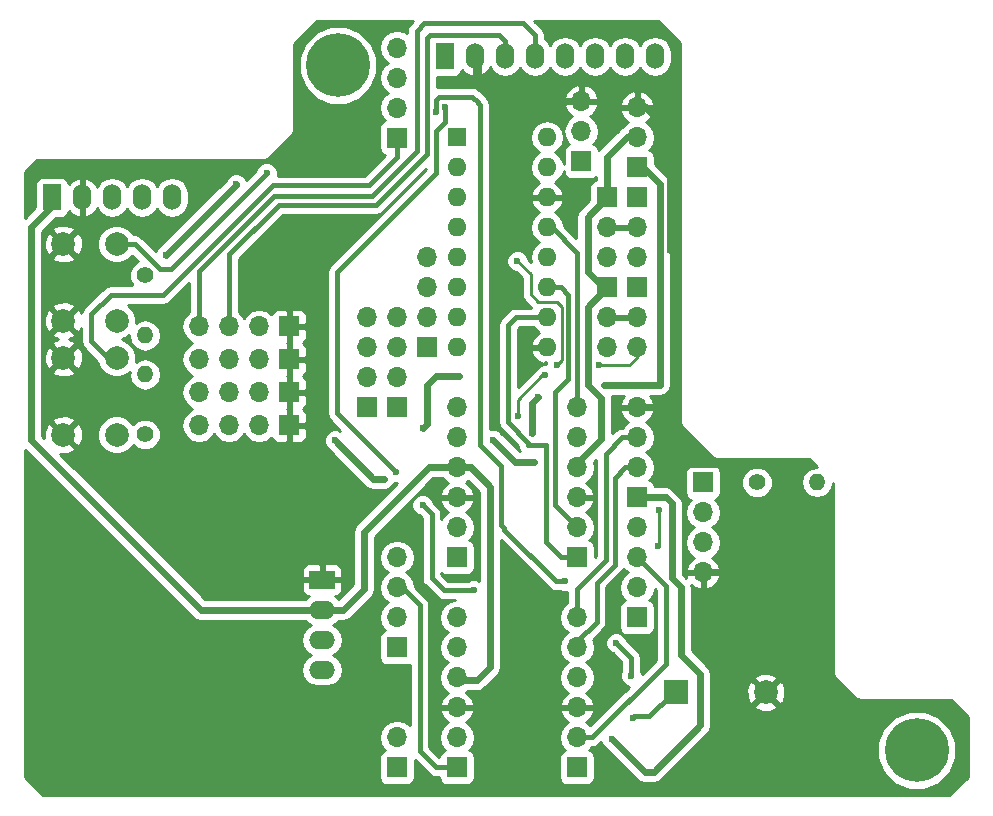
<source format=gbl>
G04 #@! TF.FileFunction,Copper,L2,Bot,Signal*
%FSLAX46Y46*%
G04 Gerber Fmt 4.6, Leading zero omitted, Abs format (unit mm)*
G04 Created by KiCad (PCBNEW 4.0.5) date 11/28/17 13:52:21*
%MOMM*%
%LPD*%
G01*
G04 APERTURE LIST*
%ADD10C,0.100000*%
%ADD11C,5.400000*%
%ADD12R,1.700000X1.700000*%
%ADD13O,1.700000X1.700000*%
%ADD14R,1.600000X1.600000*%
%ADD15O,1.600000X1.600000*%
%ADD16R,2.199640X1.524000*%
%ADD17O,2.199640X1.524000*%
%ADD18R,1.524000X2.199640*%
%ADD19O,1.524000X2.199640*%
%ADD20C,2.000000*%
%ADD21R,2.000000X2.000000*%
%ADD22C,1.400000*%
%ADD23O,1.400000X1.400000*%
%ADD24C,0.600000*%
%ADD25C,0.600000*%
%ADD26C,0.250000*%
%ADD27C,0.400000*%
%ADD28C,0.254000*%
G04 APERTURE END LIST*
D10*
D11*
X173540000Y-123000000D03*
D12*
X145135600Y-73152000D03*
D13*
X145135600Y-70612000D03*
X145135600Y-68072000D03*
D14*
X134620000Y-71120000D03*
D15*
X142240000Y-88900000D03*
X134620000Y-73660000D03*
X142240000Y-86360000D03*
X134620000Y-76200000D03*
X142240000Y-83820000D03*
X134620000Y-78740000D03*
X142240000Y-81280000D03*
X134620000Y-81280000D03*
X142240000Y-78740000D03*
X134620000Y-83820000D03*
X142240000Y-76200000D03*
X134620000Y-86360000D03*
X142240000Y-73660000D03*
X134620000Y-88900000D03*
X142240000Y-71120000D03*
D13*
X134620000Y-93980000D03*
X134620000Y-96520000D03*
X134620000Y-99060000D03*
X134620000Y-101600000D03*
X134620000Y-104140000D03*
D12*
X134620000Y-106680000D03*
X144780000Y-106680000D03*
D13*
X144780000Y-104140000D03*
X144780000Y-101600000D03*
X144780000Y-99060000D03*
X144780000Y-96520000D03*
X144780000Y-93980000D03*
X134620000Y-111760000D03*
X134620000Y-114300000D03*
X134620000Y-116840000D03*
X134620000Y-119380000D03*
X134620000Y-121920000D03*
D12*
X134620000Y-124460000D03*
X144780000Y-124460000D03*
D13*
X144780000Y-121920000D03*
X144780000Y-119380000D03*
X144780000Y-116840000D03*
X144780000Y-114300000D03*
X144780000Y-111760000D03*
D12*
X149860000Y-101600000D03*
D13*
X149860000Y-99060000D03*
X149860000Y-96520000D03*
X149860000Y-93980000D03*
D12*
X149860000Y-76200000D03*
D13*
X149860000Y-78740000D03*
X149860000Y-81280000D03*
D12*
X147320000Y-76200000D03*
D13*
X147320000Y-78740000D03*
X147320000Y-81280000D03*
D12*
X149860000Y-83820000D03*
D13*
X149860000Y-86360000D03*
X149860000Y-88900000D03*
D12*
X147320000Y-83820000D03*
D13*
X147320000Y-86360000D03*
X147320000Y-88900000D03*
D12*
X129540000Y-93980000D03*
D13*
X129540000Y-91440000D03*
X129540000Y-88900000D03*
X129540000Y-86360000D03*
D12*
X129540000Y-114300000D03*
D13*
X129540000Y-111760000D03*
X129540000Y-109220000D03*
X129540000Y-106680000D03*
D12*
X127000000Y-93980000D03*
D13*
X127000000Y-91440000D03*
X127000000Y-88900000D03*
X127000000Y-86360000D03*
D12*
X149860000Y-111760000D03*
D13*
X149860000Y-109220000D03*
X149860000Y-106680000D03*
X149860000Y-104140000D03*
D12*
X149860000Y-73660000D03*
D13*
X149860000Y-71120000D03*
X149860000Y-68580000D03*
D12*
X132080000Y-88900000D03*
D13*
X132080000Y-86360000D03*
X132080000Y-83820000D03*
X132080000Y-81280000D03*
D16*
X123190000Y-108585000D03*
D17*
X123190000Y-111125000D03*
X123190000Y-113665000D03*
X123190000Y-116205000D03*
D12*
X129540000Y-124460000D03*
D13*
X129540000Y-121920000D03*
D18*
X100330000Y-76200000D03*
D19*
X102870000Y-76200000D03*
X105410000Y-76200000D03*
X107950000Y-76200000D03*
X110490000Y-76200000D03*
D18*
X133604000Y-64262000D03*
D19*
X136144000Y-64262000D03*
X138684000Y-64262000D03*
X141224000Y-64262000D03*
X143764000Y-64262000D03*
X146304000Y-64262000D03*
X148844000Y-64262000D03*
X151384000Y-64262000D03*
D20*
X101291000Y-89789000D03*
X105791000Y-89789000D03*
X101291000Y-96289000D03*
X105791000Y-96289000D03*
X101291000Y-80137000D03*
X105791000Y-80137000D03*
X101291000Y-86637000D03*
X105791000Y-86637000D03*
D12*
X155448000Y-100330000D03*
D13*
X155448000Y-102870000D03*
X155448000Y-105410000D03*
X155448000Y-107950000D03*
D12*
X120396000Y-87122000D03*
D13*
X117856000Y-87122000D03*
X115316000Y-87122000D03*
X112776000Y-87122000D03*
D12*
X120396000Y-89916000D03*
D13*
X117856000Y-89916000D03*
X115316000Y-89916000D03*
X112776000Y-89916000D03*
D12*
X120396000Y-92710000D03*
D13*
X117856000Y-92710000D03*
X115316000Y-92710000D03*
X112776000Y-92710000D03*
D12*
X120396000Y-95504000D03*
D13*
X117856000Y-95504000D03*
X115316000Y-95504000D03*
X112776000Y-95504000D03*
D12*
X129540000Y-71125080D03*
D13*
X129540000Y-68585080D03*
X129540000Y-66045080D03*
X129540000Y-63505080D03*
D11*
X124540000Y-65000000D03*
D21*
X153162000Y-118110000D03*
D20*
X160762000Y-118110000D03*
D22*
X160020000Y-100330000D03*
D23*
X165100000Y-100330000D03*
D22*
X108204000Y-82804000D03*
D23*
X108204000Y-87884000D03*
D22*
X108204000Y-96266000D03*
D23*
X108204000Y-91186000D03*
D24*
X147828000Y-92075000D03*
X141478000Y-93091000D03*
X140970000Y-96139000D03*
X141152880Y-98602800D03*
X137632440Y-96702880D03*
X134762240Y-91328240D03*
X131749800Y-95707200D03*
X128397000Y-100015040D03*
X124282200Y-96774000D03*
X115925600Y-75102720D03*
X109956600Y-81092040D03*
X147701000Y-122047000D03*
X152665002Y-80645000D03*
X139730480Y-81584800D03*
X143052800Y-90357960D03*
X146639280Y-90388440D03*
X142082520Y-91257120D03*
X139811760Y-94716600D03*
X131699000Y-102235000D03*
X136017000Y-109474000D03*
X148082000Y-113919000D03*
X149352000Y-116713000D03*
X149479000Y-120269000D03*
X133604000Y-68580000D03*
X129413000Y-99441000D03*
X151749760Y-102656640D03*
X151627840Y-105704640D03*
X132842000Y-68961000D03*
X143764000Y-108712000D03*
X118491000Y-74168000D03*
D25*
X100330000Y-76200000D02*
X100330000Y-76962000D01*
X100330000Y-76962000D02*
X98552000Y-78740000D01*
X98552000Y-78740000D02*
X98552000Y-96774000D01*
X98552000Y-96774000D02*
X112903000Y-111125000D01*
X112903000Y-111125000D02*
X123190000Y-111125000D01*
X147066000Y-92075000D02*
X147828000Y-92075000D01*
X151765000Y-92075000D02*
X147066000Y-92075000D01*
X123190000Y-111125000D02*
X124968000Y-111125000D01*
X132207000Y-99060000D02*
X134620000Y-99060000D01*
X126746000Y-104521000D02*
X132207000Y-99060000D01*
X126746000Y-109347000D02*
X126746000Y-104521000D01*
X124968000Y-111125000D02*
X126746000Y-109347000D01*
X134620000Y-99060000D02*
X135763000Y-99060000D01*
X135763000Y-99060000D02*
X137414000Y-100711000D01*
X137414000Y-100711000D02*
X137414000Y-115951000D01*
X137414000Y-115951000D02*
X136271000Y-117094000D01*
X136271000Y-117094000D02*
X134874000Y-117094000D01*
X134874000Y-117094000D02*
X134620000Y-116840000D01*
X141478000Y-93091000D02*
X140970000Y-93599000D01*
X140970000Y-93599000D02*
X140970000Y-96139000D01*
X149860000Y-73660000D02*
X150368000Y-73660000D01*
X150368000Y-73660000D02*
X151765000Y-75057000D01*
X151765000Y-75057000D02*
X151765000Y-92075000D01*
X139532360Y-98602800D02*
X141152880Y-98602800D01*
X137632440Y-96702880D02*
X139532360Y-98602800D01*
X132857240Y-91328240D02*
X134762240Y-91328240D01*
X132095240Y-92090240D02*
X132857240Y-91328240D01*
X132095240Y-95361760D02*
X132095240Y-92090240D01*
X131749800Y-95707200D02*
X132095240Y-95361760D01*
X127523240Y-100015040D02*
X128397000Y-100015040D01*
X124282200Y-96774000D02*
X127523240Y-100015040D01*
X115925600Y-75123040D02*
X115925600Y-75102720D01*
X109956600Y-81092040D02*
X115925600Y-75123040D01*
X144780000Y-99060000D02*
X144780000Y-98679000D01*
X144780000Y-98679000D02*
X146812000Y-96647000D01*
X145669000Y-85471000D02*
X147320000Y-83820000D01*
X145669000Y-92075000D02*
X145669000Y-85471000D01*
X146812000Y-93218000D02*
X145669000Y-92075000D01*
X146812000Y-96647000D02*
X146812000Y-93218000D01*
X149860000Y-71120000D02*
X148971000Y-71120000D01*
X147320000Y-72771000D02*
X147320000Y-76200000D01*
X148971000Y-71120000D02*
X147320000Y-72771000D01*
X147320000Y-83820000D02*
X146977002Y-83820000D01*
X146977002Y-83820000D02*
X145669000Y-82511998D01*
X145669000Y-82511998D02*
X145669000Y-77851000D01*
X145669000Y-77851000D02*
X147320000Y-76200000D01*
X149860000Y-101600000D02*
X152273000Y-101600000D01*
X150495000Y-124841000D02*
X147701000Y-122047000D01*
X151257000Y-124841000D02*
X150495000Y-124841000D01*
X155194000Y-120904000D02*
X151257000Y-124841000D01*
X155194000Y-116586000D02*
X155194000Y-120904000D01*
X153543000Y-114935000D02*
X155194000Y-116586000D01*
X153543000Y-109220000D02*
X153543000Y-114935000D01*
X152781000Y-108458000D02*
X153543000Y-109220000D01*
X152781000Y-102108000D02*
X152781000Y-108458000D01*
X152273000Y-101600000D02*
X152781000Y-102108000D01*
X145135600Y-68072000D02*
X137668000Y-68072000D01*
X136398000Y-66802000D02*
X136398000Y-64516000D01*
X137668000Y-68072000D02*
X136398000Y-66802000D01*
X136398000Y-64516000D02*
X136144000Y-64262000D01*
X149860000Y-93980000D02*
X151765000Y-93980000D01*
X156845000Y-107950000D02*
X155448000Y-107950000D01*
X158432500Y-106362500D02*
X156845000Y-107950000D01*
X158432500Y-100076000D02*
X158432500Y-106362500D01*
X157099000Y-98742500D02*
X158432500Y-100076000D01*
X153225500Y-98742500D02*
X157099000Y-98742500D01*
X152844500Y-98361500D02*
X153225500Y-98742500D01*
X152844500Y-95059500D02*
X152844500Y-98361500D01*
X151765000Y-93980000D02*
X152844500Y-95059500D01*
X149860000Y-68580000D02*
X150622000Y-68580000D01*
X150622000Y-68580000D02*
X152665002Y-70623002D01*
X152665002Y-70623002D02*
X152665002Y-80645000D01*
D26*
X139730480Y-81584800D02*
X140848080Y-82702400D01*
X140848080Y-82702400D02*
X140848080Y-84383880D01*
X140848080Y-84383880D02*
X141513560Y-85049360D01*
X141513560Y-85049360D02*
X143045958Y-85049360D01*
X143045958Y-85049360D02*
X143474440Y-85477842D01*
X143474440Y-85477842D02*
X143474440Y-89936320D01*
X143474440Y-89936320D02*
X143052800Y-90357960D01*
X146639280Y-90388440D02*
X146654520Y-90403680D01*
X146654520Y-90403680D02*
X149214840Y-90403680D01*
X149214840Y-90403680D02*
X149860000Y-89758520D01*
X149860000Y-89758520D02*
X149860000Y-88900000D01*
X141853920Y-91257120D02*
X142082520Y-91257120D01*
X139766040Y-93345000D02*
X141853920Y-91257120D01*
X139766040Y-94670880D02*
X139766040Y-93345000D01*
X139811760Y-94716600D02*
X139766040Y-94670880D01*
D27*
X131191000Y-67437000D02*
X131191000Y-62103000D01*
X131191000Y-67437000D02*
X131191000Y-72263000D01*
X131191000Y-72263000D02*
X127381000Y-76073000D01*
X127381000Y-76073000D02*
X119126000Y-76073000D01*
X112776000Y-87122000D02*
X112776000Y-82423000D01*
X119126000Y-76073000D02*
X112776000Y-82423000D01*
X141224000Y-62484000D02*
X141224000Y-64262000D01*
X140208000Y-61468000D02*
X141224000Y-62484000D01*
X131826000Y-61468000D02*
X140208000Y-61468000D01*
X131191000Y-62103000D02*
X131826000Y-61468000D01*
X132080000Y-67818000D02*
X132080000Y-62738000D01*
X115316000Y-87122000D02*
X115316000Y-81026000D01*
X119507000Y-76835000D02*
X115316000Y-81026000D01*
X127762000Y-76835000D02*
X119507000Y-76835000D01*
X132080000Y-72517000D02*
X127762000Y-76835000D01*
X132080000Y-67818000D02*
X132080000Y-72517000D01*
X138684000Y-62992000D02*
X138684000Y-64262000D01*
X138176000Y-62484000D02*
X138684000Y-62992000D01*
X132334000Y-62484000D02*
X138176000Y-62484000D01*
X132080000Y-62738000D02*
X132334000Y-62484000D01*
X144780000Y-114300000D02*
X144780000Y-113792000D01*
X144780000Y-113792000D02*
X146431000Y-112141000D01*
X146431000Y-112141000D02*
X146431000Y-108839000D01*
X146431000Y-108839000D02*
X147955000Y-107315000D01*
X147955000Y-107315000D02*
X147955000Y-99949000D01*
X147955000Y-99949000D02*
X148844000Y-99060000D01*
X148844000Y-99060000D02*
X149860000Y-99060000D01*
X144780000Y-111760000D02*
X144780000Y-109347000D01*
X148590000Y-96520000D02*
X149860000Y-96520000D01*
X147193000Y-97917000D02*
X148590000Y-96520000D01*
X147193000Y-106934000D02*
X147193000Y-97917000D01*
X144780000Y-109347000D02*
X147193000Y-106934000D01*
X144780000Y-121920000D02*
X146050000Y-121920000D01*
X152273000Y-109093000D02*
X149860000Y-106680000D01*
X152273000Y-115697000D02*
X152273000Y-109093000D01*
X146050000Y-121920000D02*
X152273000Y-115697000D01*
X129540000Y-109220000D02*
X129921000Y-109220000D01*
X129921000Y-109220000D02*
X131445000Y-110744000D01*
X131445000Y-110744000D02*
X131445000Y-123063000D01*
X131445000Y-123063000D02*
X132842000Y-124460000D01*
X132842000Y-124460000D02*
X134620000Y-124460000D01*
X140649960Y-97155000D02*
X140649960Y-96951800D01*
X140589000Y-86360000D02*
X142240000Y-86360000D01*
X139593320Y-86360000D02*
X140589000Y-86360000D01*
X138928402Y-87024918D02*
X139593320Y-86360000D01*
X138928402Y-95230242D02*
X138928402Y-87024918D01*
X140649960Y-96951800D02*
X138928402Y-95230242D01*
X140589000Y-97155000D02*
X140649960Y-97155000D01*
X140649960Y-97155000D02*
X142113000Y-97155000D01*
X142113000Y-97155000D02*
X142113000Y-98044000D01*
X143383000Y-106680000D02*
X144780000Y-106680000D01*
X142113000Y-105410000D02*
X143383000Y-106680000D01*
X142113000Y-97155000D02*
X142113000Y-98044000D01*
X142113000Y-98044000D02*
X142113000Y-105410000D01*
X142240000Y-83820000D02*
X143383000Y-83820000D01*
X142875000Y-102235000D02*
X144780000Y-104140000D01*
X142875000Y-92710000D02*
X142875000Y-102235000D01*
X144018000Y-91567000D02*
X142875000Y-92710000D01*
X144018000Y-84455000D02*
X144018000Y-91567000D01*
X143383000Y-83820000D02*
X144018000Y-84455000D01*
X142240000Y-78740000D02*
X142621000Y-78740000D01*
X142621000Y-78740000D02*
X144780000Y-80899000D01*
X144780000Y-80899000D02*
X144780000Y-93980000D01*
X132842000Y-74168000D02*
X132842000Y-70612000D01*
X131699000Y-102235000D02*
X132461000Y-102997000D01*
X132461000Y-102997000D02*
X132461000Y-108458000D01*
X132461000Y-108458000D02*
X133477000Y-109474000D01*
X133477000Y-109474000D02*
X136017000Y-109474000D01*
X148082000Y-113919000D02*
X149352000Y-115189000D01*
X149352000Y-115189000D02*
X149352000Y-116713000D01*
X149479000Y-120269000D02*
X149606000Y-120142000D01*
X149606000Y-120142000D02*
X150876000Y-120142000D01*
X152781000Y-118237000D02*
X150876000Y-120142000D01*
X124460000Y-94488000D02*
X129413000Y-99441000D01*
X124460000Y-82550000D02*
X124460000Y-94488000D01*
X132842000Y-74168000D02*
X124460000Y-82550000D01*
X133604000Y-69850000D02*
X133604000Y-68580000D01*
X132842000Y-70612000D02*
X133604000Y-69850000D01*
D26*
X151749760Y-105582720D02*
X151749760Y-102656640D01*
X151627840Y-105704640D02*
X151749760Y-105582720D01*
D27*
X138328400Y-103898798D02*
X138328400Y-98907600D01*
X138607800Y-104178198D02*
X138328400Y-103898798D01*
X138607800Y-104317800D02*
X138607800Y-104178198D01*
X136372600Y-68188840D02*
X136372600Y-68153842D01*
X136550400Y-68366640D02*
X136372600Y-68188840D01*
X136550400Y-97129600D02*
X136550400Y-68366640D01*
X138328400Y-98907600D02*
X136550400Y-97129600D01*
X136372600Y-68153842D02*
X135874760Y-67656002D01*
X135874760Y-67656002D02*
X134712002Y-67656002D01*
X133130998Y-67656002D02*
X134712002Y-67656002D01*
X132842000Y-67945000D02*
X133130998Y-67656002D01*
X132842000Y-68961000D02*
X132842000Y-67945000D01*
X143002000Y-108712000D02*
X143764000Y-108712000D01*
X138557000Y-104267000D02*
X138607800Y-104317800D01*
X138607800Y-104317800D02*
X143002000Y-108712000D01*
X109728000Y-84455000D02*
X105283000Y-84455000D01*
X129540000Y-72771000D02*
X127127000Y-75184000D01*
X129540000Y-71120000D02*
X129540000Y-72771000D01*
X127127000Y-75184000D02*
X118999000Y-75184000D01*
X118999000Y-75184000D02*
X109728000Y-84455000D01*
X103632000Y-88392000D02*
X105029000Y-89789000D01*
X103632000Y-86106000D02*
X103632000Y-88392000D01*
X105283000Y-84455000D02*
X103632000Y-86106000D01*
X105029000Y-89789000D02*
X105791000Y-89789000D01*
X105791000Y-80137000D02*
X107315000Y-80137000D01*
X109453680Y-82275680D02*
X107315000Y-80137000D01*
X110383320Y-82275680D02*
X109453680Y-82275680D01*
X118491000Y-74168000D02*
X110383320Y-82275680D01*
X143637000Y-64262000D02*
X143637000Y-64643000D01*
X146177000Y-64262000D02*
X145923000Y-64262000D01*
D28*
G36*
X153531500Y-63159092D02*
X153531500Y-95186500D01*
X153585546Y-95458205D01*
X153739454Y-95688546D01*
X156152454Y-98101546D01*
X156382795Y-98255454D01*
X156654500Y-98309500D01*
X164424908Y-98309500D01*
X165110408Y-98995000D01*
X165073846Y-98995000D01*
X164562964Y-99096621D01*
X164129858Y-99386012D01*
X163840467Y-99819118D01*
X163738846Y-100330000D01*
X163840467Y-100840882D01*
X164129858Y-101273988D01*
X164562964Y-101563379D01*
X165073846Y-101665000D01*
X165126154Y-101665000D01*
X165637036Y-101563379D01*
X166070142Y-101273988D01*
X166359533Y-100840882D01*
X166458542Y-100343134D01*
X166485500Y-100370092D01*
X166485500Y-116459000D01*
X166539546Y-116730705D01*
X166693454Y-116961046D01*
X168280954Y-118548546D01*
X168511295Y-118702454D01*
X168783000Y-118756500D01*
X176426408Y-118756500D01*
X177852000Y-120182092D01*
X177852000Y-125245408D01*
X176299408Y-126798000D01*
X99608092Y-126798000D01*
X98055500Y-125245408D01*
X98055500Y-97599790D01*
X112241855Y-111786145D01*
X112545191Y-111988827D01*
X112903000Y-112060000D01*
X121795066Y-112060000D01*
X121830365Y-112112828D01*
X122252664Y-112395000D01*
X121830365Y-112677172D01*
X121527533Y-113130391D01*
X121421193Y-113665000D01*
X121527533Y-114199609D01*
X121830365Y-114652828D01*
X122252664Y-114935000D01*
X121830365Y-115217172D01*
X121527533Y-115670391D01*
X121421193Y-116205000D01*
X121527533Y-116739609D01*
X121830365Y-117192828D01*
X122283584Y-117495660D01*
X122818193Y-117602000D01*
X123561807Y-117602000D01*
X124096416Y-117495660D01*
X124549635Y-117192828D01*
X124852467Y-116739609D01*
X124958807Y-116205000D01*
X124852467Y-115670391D01*
X124549635Y-115217172D01*
X124127336Y-114935000D01*
X124549635Y-114652828D01*
X124852467Y-114199609D01*
X124958807Y-113665000D01*
X124852467Y-113130391D01*
X124549635Y-112677172D01*
X124127336Y-112395000D01*
X124549635Y-112112828D01*
X124584934Y-112060000D01*
X124968000Y-112060000D01*
X125325809Y-111988827D01*
X125629145Y-111786145D01*
X127407145Y-110008145D01*
X127609827Y-109704809D01*
X127681000Y-109347000D01*
X127681000Y-106680000D01*
X128025907Y-106680000D01*
X128138946Y-107248285D01*
X128460853Y-107730054D01*
X128790026Y-107950000D01*
X128460853Y-108169946D01*
X128138946Y-108651715D01*
X128025907Y-109220000D01*
X128138946Y-109788285D01*
X128460853Y-110270054D01*
X128790026Y-110490000D01*
X128460853Y-110709946D01*
X128138946Y-111191715D01*
X128025907Y-111760000D01*
X128138946Y-112328285D01*
X128460853Y-112810054D01*
X128502452Y-112837850D01*
X128454683Y-112846838D01*
X128238559Y-112985910D01*
X128093569Y-113198110D01*
X128042560Y-113450000D01*
X128042560Y-115150000D01*
X128086838Y-115385317D01*
X128225910Y-115601441D01*
X128438110Y-115746431D01*
X128690000Y-115797440D01*
X130390000Y-115797440D01*
X130610000Y-115756044D01*
X130610000Y-120863834D01*
X130137378Y-120548039D01*
X129569093Y-120435000D01*
X129510907Y-120435000D01*
X128942622Y-120548039D01*
X128460853Y-120869946D01*
X128138946Y-121351715D01*
X128025907Y-121920000D01*
X128138946Y-122488285D01*
X128460853Y-122970054D01*
X128502452Y-122997850D01*
X128454683Y-123006838D01*
X128238559Y-123145910D01*
X128093569Y-123358110D01*
X128042560Y-123610000D01*
X128042560Y-125310000D01*
X128086838Y-125545317D01*
X128225910Y-125761441D01*
X128438110Y-125906431D01*
X128690000Y-125957440D01*
X130390000Y-125957440D01*
X130625317Y-125913162D01*
X130841441Y-125774090D01*
X130986431Y-125561890D01*
X131037440Y-125310000D01*
X131037440Y-123836308D01*
X132251566Y-125050434D01*
X132522459Y-125231439D01*
X132842000Y-125295000D01*
X133122560Y-125295000D01*
X133122560Y-125310000D01*
X133166838Y-125545317D01*
X133305910Y-125761441D01*
X133518110Y-125906431D01*
X133770000Y-125957440D01*
X135470000Y-125957440D01*
X135705317Y-125913162D01*
X135921441Y-125774090D01*
X136066431Y-125561890D01*
X136117440Y-125310000D01*
X136117440Y-123610000D01*
X136073162Y-123374683D01*
X135934090Y-123158559D01*
X135721890Y-123013569D01*
X135654459Y-122999914D01*
X135699147Y-122970054D01*
X136021054Y-122488285D01*
X136134093Y-121920000D01*
X136021054Y-121351715D01*
X135699147Y-120869946D01*
X135358447Y-120642298D01*
X135501358Y-120575183D01*
X135891645Y-120146924D01*
X136061476Y-119736890D01*
X135940155Y-119507000D01*
X134747000Y-119507000D01*
X134747000Y-119527000D01*
X134493000Y-119527000D01*
X134493000Y-119507000D01*
X133299845Y-119507000D01*
X133178524Y-119736890D01*
X133348355Y-120146924D01*
X133738642Y-120575183D01*
X133881553Y-120642298D01*
X133540853Y-120869946D01*
X133218946Y-121351715D01*
X133105907Y-121920000D01*
X133218946Y-122488285D01*
X133540853Y-122970054D01*
X133582452Y-122997850D01*
X133534683Y-123006838D01*
X133318559Y-123145910D01*
X133173569Y-123358110D01*
X133131032Y-123568164D01*
X132280000Y-122717132D01*
X132280000Y-110744000D01*
X132216439Y-110424459D01*
X132035434Y-110153566D01*
X131042230Y-109160362D01*
X130941054Y-108651715D01*
X130619147Y-108169946D01*
X130289974Y-107950000D01*
X130619147Y-107730054D01*
X130941054Y-107248285D01*
X131054093Y-106680000D01*
X130941054Y-106111715D01*
X130619147Y-105629946D01*
X130137378Y-105308039D01*
X129569093Y-105195000D01*
X129510907Y-105195000D01*
X128942622Y-105308039D01*
X128460853Y-105629946D01*
X128138946Y-106111715D01*
X128025907Y-106680000D01*
X127681000Y-106680000D01*
X127681000Y-104908290D01*
X132594290Y-99995000D01*
X133463977Y-99995000D01*
X133540853Y-100110054D01*
X133881553Y-100337702D01*
X133738642Y-100404817D01*
X133348355Y-100833076D01*
X133178524Y-101243110D01*
X133299845Y-101473000D01*
X134493000Y-101473000D01*
X134493000Y-101453000D01*
X134747000Y-101453000D01*
X134747000Y-101473000D01*
X135940155Y-101473000D01*
X136061476Y-101243110D01*
X135891645Y-100833076D01*
X135501358Y-100404817D01*
X135358447Y-100337702D01*
X135574230Y-100193520D01*
X136479000Y-101098290D01*
X136479000Y-108653436D01*
X136203799Y-108539162D01*
X135831833Y-108538838D01*
X135589422Y-108639000D01*
X133822868Y-108639000D01*
X133296000Y-108112132D01*
X133296000Y-107966040D01*
X133305910Y-107981441D01*
X133518110Y-108126431D01*
X133770000Y-108177440D01*
X135470000Y-108177440D01*
X135705317Y-108133162D01*
X135921441Y-107994090D01*
X136066431Y-107781890D01*
X136117440Y-107530000D01*
X136117440Y-105830000D01*
X136073162Y-105594683D01*
X135934090Y-105378559D01*
X135721890Y-105233569D01*
X135654459Y-105219914D01*
X135699147Y-105190054D01*
X136021054Y-104708285D01*
X136134093Y-104140000D01*
X136021054Y-103571715D01*
X135699147Y-103089946D01*
X135358447Y-102862298D01*
X135501358Y-102795183D01*
X135891645Y-102366924D01*
X136061476Y-101956890D01*
X135940155Y-101727000D01*
X134747000Y-101727000D01*
X134747000Y-101747000D01*
X134493000Y-101747000D01*
X134493000Y-101727000D01*
X133299845Y-101727000D01*
X133178524Y-101956890D01*
X133348355Y-102366924D01*
X133738642Y-102795183D01*
X133881553Y-102862298D01*
X133540853Y-103089946D01*
X133296000Y-103456395D01*
X133296000Y-102997000D01*
X133265130Y-102841807D01*
X133232440Y-102677460D01*
X133051434Y-102406566D01*
X132591535Y-101946667D01*
X132492117Y-101706057D01*
X132229327Y-101442808D01*
X131885799Y-101300162D01*
X131513833Y-101299838D01*
X131170057Y-101441883D01*
X130906808Y-101704673D01*
X130764162Y-102048201D01*
X130763838Y-102420167D01*
X130905883Y-102763943D01*
X131168673Y-103027192D01*
X131410910Y-103127778D01*
X131626000Y-103342868D01*
X131626000Y-108458000D01*
X131689561Y-108777541D01*
X131771693Y-108900460D01*
X131870566Y-109048434D01*
X132886566Y-110064434D01*
X133157459Y-110245439D01*
X133477000Y-110309000D01*
X134419978Y-110309000D01*
X134022622Y-110388039D01*
X133540853Y-110709946D01*
X133218946Y-111191715D01*
X133105907Y-111760000D01*
X133218946Y-112328285D01*
X133540853Y-112810054D01*
X133870026Y-113030000D01*
X133540853Y-113249946D01*
X133218946Y-113731715D01*
X133105907Y-114300000D01*
X133218946Y-114868285D01*
X133540853Y-115350054D01*
X133870026Y-115570000D01*
X133540853Y-115789946D01*
X133218946Y-116271715D01*
X133105907Y-116840000D01*
X133218946Y-117408285D01*
X133540853Y-117890054D01*
X133881553Y-118117702D01*
X133738642Y-118184817D01*
X133348355Y-118613076D01*
X133178524Y-119023110D01*
X133299845Y-119253000D01*
X134493000Y-119253000D01*
X134493000Y-119233000D01*
X134747000Y-119233000D01*
X134747000Y-119253000D01*
X135940155Y-119253000D01*
X136061476Y-119023110D01*
X135891645Y-118613076D01*
X135501358Y-118184817D01*
X135358447Y-118117702D01*
X135491199Y-118029000D01*
X136271000Y-118029000D01*
X136628809Y-117957827D01*
X136932145Y-117755145D01*
X138075145Y-116612145D01*
X138277827Y-116308809D01*
X138349000Y-115951000D01*
X138349000Y-105239868D01*
X142411566Y-109302434D01*
X142682459Y-109483439D01*
X143002000Y-109547000D01*
X143336766Y-109547000D01*
X143577201Y-109646838D01*
X143945000Y-109647158D01*
X143945000Y-110546813D01*
X143700853Y-110709946D01*
X143378946Y-111191715D01*
X143265907Y-111760000D01*
X143378946Y-112328285D01*
X143700853Y-112810054D01*
X144030026Y-113030000D01*
X143700853Y-113249946D01*
X143378946Y-113731715D01*
X143265907Y-114300000D01*
X143378946Y-114868285D01*
X143700853Y-115350054D01*
X144030026Y-115570000D01*
X143700853Y-115789946D01*
X143378946Y-116271715D01*
X143265907Y-116840000D01*
X143378946Y-117408285D01*
X143700853Y-117890054D01*
X144041553Y-118117702D01*
X143898642Y-118184817D01*
X143508355Y-118613076D01*
X143338524Y-119023110D01*
X143459845Y-119253000D01*
X144653000Y-119253000D01*
X144653000Y-119233000D01*
X144907000Y-119233000D01*
X144907000Y-119253000D01*
X146100155Y-119253000D01*
X146221476Y-119023110D01*
X146051645Y-118613076D01*
X145661358Y-118184817D01*
X145518447Y-118117702D01*
X145859147Y-117890054D01*
X146181054Y-117408285D01*
X146294093Y-116840000D01*
X146181054Y-116271715D01*
X145859147Y-115789946D01*
X145529974Y-115570000D01*
X145859147Y-115350054D01*
X146181054Y-114868285D01*
X146294093Y-114300000D01*
X146181054Y-113731715D01*
X146117007Y-113635861D01*
X147021434Y-112731434D01*
X147202440Y-112460540D01*
X147266000Y-112141000D01*
X147266000Y-109184868D01*
X148545434Y-107905434D01*
X148583784Y-107848039D01*
X148721736Y-107641579D01*
X148780853Y-107730054D01*
X149110026Y-107950000D01*
X148780853Y-108169946D01*
X148458946Y-108651715D01*
X148345907Y-109220000D01*
X148458946Y-109788285D01*
X148780853Y-110270054D01*
X148822452Y-110297850D01*
X148774683Y-110306838D01*
X148558559Y-110445910D01*
X148413569Y-110658110D01*
X148362560Y-110910000D01*
X148362560Y-112610000D01*
X148406838Y-112845317D01*
X148545910Y-113061441D01*
X148758110Y-113206431D01*
X149010000Y-113257440D01*
X150710000Y-113257440D01*
X150945317Y-113213162D01*
X151161441Y-113074090D01*
X151306431Y-112861890D01*
X151357440Y-112610000D01*
X151357440Y-110910000D01*
X151313162Y-110674683D01*
X151174090Y-110458559D01*
X150961890Y-110313569D01*
X150894459Y-110299914D01*
X150939147Y-110270054D01*
X151261054Y-109788285D01*
X151348383Y-109349251D01*
X151438000Y-109438868D01*
X151438000Y-115351132D01*
X150279600Y-116509532D01*
X150187000Y-116285422D01*
X150187000Y-115189000D01*
X150123439Y-114869459D01*
X149942434Y-114598566D01*
X148974535Y-113630667D01*
X148875117Y-113390057D01*
X148612327Y-113126808D01*
X148268799Y-112984162D01*
X147896833Y-112983838D01*
X147553057Y-113125883D01*
X147289808Y-113388673D01*
X147147162Y-113732201D01*
X147146838Y-114104167D01*
X147288883Y-114447943D01*
X147551673Y-114711192D01*
X147793910Y-114811778D01*
X148517000Y-115534868D01*
X148517000Y-116285766D01*
X148417162Y-116526201D01*
X148416838Y-116898167D01*
X148558883Y-117241943D01*
X148821673Y-117505192D01*
X149148308Y-117640824D01*
X145883195Y-120905937D01*
X145859147Y-120869946D01*
X145518447Y-120642298D01*
X145661358Y-120575183D01*
X146051645Y-120146924D01*
X146221476Y-119736890D01*
X146100155Y-119507000D01*
X144907000Y-119507000D01*
X144907000Y-119527000D01*
X144653000Y-119527000D01*
X144653000Y-119507000D01*
X143459845Y-119507000D01*
X143338524Y-119736890D01*
X143508355Y-120146924D01*
X143898642Y-120575183D01*
X144041553Y-120642298D01*
X143700853Y-120869946D01*
X143378946Y-121351715D01*
X143265907Y-121920000D01*
X143378946Y-122488285D01*
X143700853Y-122970054D01*
X143742452Y-122997850D01*
X143694683Y-123006838D01*
X143478559Y-123145910D01*
X143333569Y-123358110D01*
X143282560Y-123610000D01*
X143282560Y-125310000D01*
X143326838Y-125545317D01*
X143465910Y-125761441D01*
X143678110Y-125906431D01*
X143930000Y-125957440D01*
X145630000Y-125957440D01*
X145865317Y-125913162D01*
X146081441Y-125774090D01*
X146226431Y-125561890D01*
X146277440Y-125310000D01*
X146277440Y-123610000D01*
X146233162Y-123374683D01*
X146094090Y-123158559D01*
X145881890Y-123013569D01*
X145814459Y-122999914D01*
X145859147Y-122970054D01*
X146002841Y-122755000D01*
X146050000Y-122755000D01*
X146369541Y-122691439D01*
X146640434Y-122510434D01*
X146810532Y-122340336D01*
X146907883Y-122575943D01*
X147170673Y-122839192D01*
X147171065Y-122839355D01*
X149833855Y-125502145D01*
X150137191Y-125704827D01*
X150495000Y-125776000D01*
X151257000Y-125776000D01*
X151614809Y-125704827D01*
X151918145Y-125502145D01*
X153759828Y-123660462D01*
X170204422Y-123660462D01*
X170711076Y-124886658D01*
X171648407Y-125825627D01*
X172873717Y-126334420D01*
X174200462Y-126335578D01*
X175426658Y-125828924D01*
X176365627Y-124891593D01*
X176874420Y-123666283D01*
X176875578Y-122339538D01*
X176368924Y-121113342D01*
X175431593Y-120174373D01*
X174206283Y-119665580D01*
X172879538Y-119664422D01*
X171653342Y-120171076D01*
X170714373Y-121108407D01*
X170205580Y-122333717D01*
X170204422Y-123660462D01*
X153759828Y-123660462D01*
X155855145Y-121565145D01*
X156057827Y-121261809D01*
X156129000Y-120904000D01*
X156129000Y-119262532D01*
X159789073Y-119262532D01*
X159887736Y-119529387D01*
X160497461Y-119755908D01*
X161147460Y-119731856D01*
X161636264Y-119529387D01*
X161734927Y-119262532D01*
X160762000Y-118289605D01*
X159789073Y-119262532D01*
X156129000Y-119262532D01*
X156129000Y-117845461D01*
X159116092Y-117845461D01*
X159140144Y-118495460D01*
X159342613Y-118984264D01*
X159609468Y-119082927D01*
X160582395Y-118110000D01*
X160941605Y-118110000D01*
X161914532Y-119082927D01*
X162181387Y-118984264D01*
X162407908Y-118374539D01*
X162383856Y-117724540D01*
X162181387Y-117235736D01*
X161914532Y-117137073D01*
X160941605Y-118110000D01*
X160582395Y-118110000D01*
X159609468Y-117137073D01*
X159342613Y-117235736D01*
X159116092Y-117845461D01*
X156129000Y-117845461D01*
X156129000Y-116957468D01*
X159789073Y-116957468D01*
X160762000Y-117930395D01*
X161734927Y-116957468D01*
X161636264Y-116690613D01*
X161026539Y-116464092D01*
X160376540Y-116488144D01*
X159887736Y-116690613D01*
X159789073Y-116957468D01*
X156129000Y-116957468D01*
X156129000Y-116586005D01*
X156129001Y-116586000D01*
X156069611Y-116287434D01*
X156057827Y-116228191D01*
X155855145Y-115924855D01*
X154478000Y-114547710D01*
X154478000Y-109220000D01*
X154434213Y-108999870D01*
X154566642Y-109145183D01*
X155091108Y-109391486D01*
X155321000Y-109270819D01*
X155321000Y-108077000D01*
X155575000Y-108077000D01*
X155575000Y-109270819D01*
X155804892Y-109391486D01*
X156329358Y-109145183D01*
X156719645Y-108716924D01*
X156889476Y-108306890D01*
X156768155Y-108077000D01*
X155575000Y-108077000D01*
X155321000Y-108077000D01*
X154127845Y-108077000D01*
X154006524Y-108306890D01*
X154044947Y-108399657D01*
X153716000Y-108070710D01*
X153716000Y-102870000D01*
X153933907Y-102870000D01*
X154046946Y-103438285D01*
X154368853Y-103920054D01*
X154698026Y-104140000D01*
X154368853Y-104359946D01*
X154046946Y-104841715D01*
X153933907Y-105410000D01*
X154046946Y-105978285D01*
X154368853Y-106460054D01*
X154709553Y-106687702D01*
X154566642Y-106754817D01*
X154176355Y-107183076D01*
X154006524Y-107593110D01*
X154127845Y-107823000D01*
X155321000Y-107823000D01*
X155321000Y-107803000D01*
X155575000Y-107803000D01*
X155575000Y-107823000D01*
X156768155Y-107823000D01*
X156889476Y-107593110D01*
X156719645Y-107183076D01*
X156329358Y-106754817D01*
X156186447Y-106687702D01*
X156527147Y-106460054D01*
X156849054Y-105978285D01*
X156962093Y-105410000D01*
X156849054Y-104841715D01*
X156527147Y-104359946D01*
X156197974Y-104140000D01*
X156527147Y-103920054D01*
X156849054Y-103438285D01*
X156962093Y-102870000D01*
X156849054Y-102301715D01*
X156527147Y-101819946D01*
X156485548Y-101792150D01*
X156533317Y-101783162D01*
X156749441Y-101644090D01*
X156894431Y-101431890D01*
X156945440Y-101180000D01*
X156945440Y-100594383D01*
X158684769Y-100594383D01*
X158887582Y-101085229D01*
X159262796Y-101461098D01*
X159753287Y-101664768D01*
X160284383Y-101665231D01*
X160775229Y-101462418D01*
X161151098Y-101087204D01*
X161354768Y-100596713D01*
X161355231Y-100065617D01*
X161152418Y-99574771D01*
X160777204Y-99198902D01*
X160286713Y-98995232D01*
X159755617Y-98994769D01*
X159264771Y-99197582D01*
X158888902Y-99572796D01*
X158685232Y-100063287D01*
X158684769Y-100594383D01*
X156945440Y-100594383D01*
X156945440Y-99480000D01*
X156901162Y-99244683D01*
X156762090Y-99028559D01*
X156549890Y-98883569D01*
X156298000Y-98832560D01*
X154598000Y-98832560D01*
X154362683Y-98876838D01*
X154146559Y-99015910D01*
X154001569Y-99228110D01*
X153950560Y-99480000D01*
X153950560Y-101180000D01*
X153994838Y-101415317D01*
X154133910Y-101631441D01*
X154346110Y-101776431D01*
X154413541Y-101790086D01*
X154368853Y-101819946D01*
X154046946Y-102301715D01*
X153933907Y-102870000D01*
X153716000Y-102870000D01*
X153716000Y-102108000D01*
X153644827Y-101750191D01*
X153442145Y-101446855D01*
X153442142Y-101446853D01*
X152934145Y-100938855D01*
X152630809Y-100736173D01*
X152273000Y-100665000D01*
X151341446Y-100665000D01*
X151313162Y-100514683D01*
X151174090Y-100298559D01*
X150961890Y-100153569D01*
X150894459Y-100139914D01*
X150939147Y-100110054D01*
X151261054Y-99628285D01*
X151374093Y-99060000D01*
X151261054Y-98491715D01*
X150939147Y-98009946D01*
X150609974Y-97790000D01*
X150939147Y-97570054D01*
X151261054Y-97088285D01*
X151374093Y-96520000D01*
X151261054Y-95951715D01*
X150939147Y-95469946D01*
X150598447Y-95242298D01*
X150741358Y-95175183D01*
X151131645Y-94746924D01*
X151301476Y-94336890D01*
X151180155Y-94107000D01*
X149987000Y-94107000D01*
X149987000Y-94127000D01*
X149733000Y-94127000D01*
X149733000Y-94107000D01*
X148539845Y-94107000D01*
X148418524Y-94336890D01*
X148588355Y-94746924D01*
X148978642Y-95175183D01*
X149121553Y-95242298D01*
X148780853Y-95469946D01*
X148637159Y-95685000D01*
X148590000Y-95685000D01*
X148270459Y-95748561D01*
X148055238Y-95892367D01*
X147999566Y-95929566D01*
X147747000Y-96182132D01*
X147747000Y-93218000D01*
X147705626Y-93010000D01*
X147827184Y-93010000D01*
X148013167Y-93010162D01*
X148013559Y-93010000D01*
X148773425Y-93010000D01*
X148588355Y-93213076D01*
X148418524Y-93623110D01*
X148539845Y-93853000D01*
X149733000Y-93853000D01*
X149733000Y-93833000D01*
X149987000Y-93833000D01*
X149987000Y-93853000D01*
X151180155Y-93853000D01*
X151301476Y-93623110D01*
X151131645Y-93213076D01*
X150946575Y-93010000D01*
X151765000Y-93010000D01*
X152122809Y-92938827D01*
X152426145Y-92736145D01*
X152628827Y-92432809D01*
X152700000Y-92075000D01*
X152700000Y-75057000D01*
X152628827Y-74699191D01*
X152426145Y-74395855D01*
X151357440Y-73327150D01*
X151357440Y-72810000D01*
X151313162Y-72574683D01*
X151174090Y-72358559D01*
X150961890Y-72213569D01*
X150894459Y-72199914D01*
X150939147Y-72170054D01*
X151261054Y-71688285D01*
X151374093Y-71120000D01*
X151261054Y-70551715D01*
X150939147Y-70069946D01*
X150598447Y-69842298D01*
X150741358Y-69775183D01*
X151131645Y-69346924D01*
X151301476Y-68936890D01*
X151180155Y-68707000D01*
X149987000Y-68707000D01*
X149987000Y-68727000D01*
X149733000Y-68727000D01*
X149733000Y-68707000D01*
X148539845Y-68707000D01*
X148418524Y-68936890D01*
X148588355Y-69346924D01*
X148978642Y-69775183D01*
X149121553Y-69842298D01*
X148780853Y-70069946D01*
X148663047Y-70246256D01*
X148613191Y-70256173D01*
X148337424Y-70440434D01*
X148309855Y-70458855D01*
X146658855Y-72109855D01*
X146610502Y-72182221D01*
X146588762Y-72066683D01*
X146449690Y-71850559D01*
X146237490Y-71705569D01*
X146170059Y-71691914D01*
X146214747Y-71662054D01*
X146536654Y-71180285D01*
X146649693Y-70612000D01*
X146536654Y-70043715D01*
X146214747Y-69561946D01*
X145874047Y-69334298D01*
X146016958Y-69267183D01*
X146407245Y-68838924D01*
X146577076Y-68428890D01*
X146468479Y-68223110D01*
X148418524Y-68223110D01*
X148539845Y-68453000D01*
X149733000Y-68453000D01*
X149733000Y-67259181D01*
X149987000Y-67259181D01*
X149987000Y-68453000D01*
X151180155Y-68453000D01*
X151301476Y-68223110D01*
X151131645Y-67813076D01*
X150741358Y-67384817D01*
X150216892Y-67138514D01*
X149987000Y-67259181D01*
X149733000Y-67259181D01*
X149503108Y-67138514D01*
X148978642Y-67384817D01*
X148588355Y-67813076D01*
X148418524Y-68223110D01*
X146468479Y-68223110D01*
X146455755Y-68199000D01*
X145262600Y-68199000D01*
X145262600Y-68219000D01*
X145008600Y-68219000D01*
X145008600Y-68199000D01*
X143815445Y-68199000D01*
X143694124Y-68428890D01*
X143863955Y-68838924D01*
X144254242Y-69267183D01*
X144397153Y-69334298D01*
X144056453Y-69561946D01*
X143734546Y-70043715D01*
X143621507Y-70612000D01*
X143734546Y-71180285D01*
X144056453Y-71662054D01*
X144098052Y-71689850D01*
X144050283Y-71698838D01*
X143834159Y-71837910D01*
X143689169Y-72050110D01*
X143638160Y-72302000D01*
X143638160Y-73333459D01*
X143593880Y-73110849D01*
X143282811Y-72645302D01*
X142900725Y-72390000D01*
X143282811Y-72134698D01*
X143593880Y-71669151D01*
X143703113Y-71120000D01*
X143593880Y-70570849D01*
X143282811Y-70105302D01*
X142817264Y-69794233D01*
X142268113Y-69685000D01*
X142211887Y-69685000D01*
X141662736Y-69794233D01*
X141197189Y-70105302D01*
X140886120Y-70570849D01*
X140776887Y-71120000D01*
X140886120Y-71669151D01*
X141197189Y-72134698D01*
X141579275Y-72390000D01*
X141197189Y-72645302D01*
X140886120Y-73110849D01*
X140776887Y-73660000D01*
X140886120Y-74209151D01*
X141197189Y-74674698D01*
X141601703Y-74944986D01*
X141384866Y-75047611D01*
X141008959Y-75462577D01*
X140848096Y-75850961D01*
X140970085Y-76073000D01*
X142113000Y-76073000D01*
X142113000Y-76053000D01*
X142367000Y-76053000D01*
X142367000Y-76073000D01*
X143509915Y-76073000D01*
X143631904Y-75850961D01*
X143471041Y-75462577D01*
X143095134Y-75047611D01*
X142878297Y-74944986D01*
X143282811Y-74674698D01*
X143593880Y-74209151D01*
X143638160Y-73986541D01*
X143638160Y-74002000D01*
X143682438Y-74237317D01*
X143821510Y-74453441D01*
X144033710Y-74598431D01*
X144285600Y-74649440D01*
X145985600Y-74649440D01*
X146220917Y-74605162D01*
X146385000Y-74499577D01*
X146385000Y-74718554D01*
X146234683Y-74746838D01*
X146018559Y-74885910D01*
X145873569Y-75098110D01*
X145822560Y-75350000D01*
X145822560Y-76375150D01*
X145007855Y-77189855D01*
X144805173Y-77493191D01*
X144734000Y-77851000D01*
X144734000Y-79672132D01*
X143678592Y-78616724D01*
X143593880Y-78190849D01*
X143282811Y-77725302D01*
X142878297Y-77455014D01*
X143095134Y-77352389D01*
X143471041Y-76937423D01*
X143631904Y-76549039D01*
X143509915Y-76327000D01*
X142367000Y-76327000D01*
X142367000Y-76347000D01*
X142113000Y-76347000D01*
X142113000Y-76327000D01*
X140970085Y-76327000D01*
X140848096Y-76549039D01*
X141008959Y-76937423D01*
X141384866Y-77352389D01*
X141601703Y-77455014D01*
X141197189Y-77725302D01*
X140886120Y-78190849D01*
X140776887Y-78740000D01*
X140886120Y-79289151D01*
X141197189Y-79754698D01*
X141579275Y-80010000D01*
X141197189Y-80265302D01*
X140886120Y-80730849D01*
X140776887Y-81280000D01*
X140845519Y-81625037D01*
X140665602Y-81445120D01*
X140665642Y-81399633D01*
X140523597Y-81055857D01*
X140260807Y-80792608D01*
X139917279Y-80649962D01*
X139545313Y-80649638D01*
X139201537Y-80791683D01*
X138938288Y-81054473D01*
X138795642Y-81398001D01*
X138795318Y-81769967D01*
X138937363Y-82113743D01*
X139200153Y-82376992D01*
X139543681Y-82519638D01*
X139590557Y-82519679D01*
X140088080Y-83017202D01*
X140088080Y-84383880D01*
X140145932Y-84674719D01*
X140310679Y-84921281D01*
X140914398Y-85525000D01*
X139593320Y-85525000D01*
X139273779Y-85588561D01*
X139002886Y-85769566D01*
X138337968Y-86434484D01*
X138156963Y-86705377D01*
X138093402Y-87024918D01*
X138093402Y-95230242D01*
X138156963Y-95549783D01*
X138289782Y-95748561D01*
X138337968Y-95820676D01*
X139774288Y-97256996D01*
X139817561Y-97474541D01*
X139946693Y-97667800D01*
X139919650Y-97667800D01*
X138293876Y-96042026D01*
X138162767Y-95910688D01*
X137819239Y-95768042D01*
X137447273Y-95767718D01*
X137385400Y-95793283D01*
X137385400Y-68366640D01*
X137321839Y-68047099D01*
X137140834Y-67776206D01*
X137079738Y-67715110D01*
X143694124Y-67715110D01*
X143815445Y-67945000D01*
X145008600Y-67945000D01*
X145008600Y-66751181D01*
X145262600Y-66751181D01*
X145262600Y-67945000D01*
X146455755Y-67945000D01*
X146577076Y-67715110D01*
X146407245Y-67305076D01*
X146016958Y-66876817D01*
X145492492Y-66630514D01*
X145262600Y-66751181D01*
X145008600Y-66751181D01*
X144778708Y-66630514D01*
X144254242Y-66876817D01*
X143863955Y-67305076D01*
X143694124Y-67715110D01*
X137079738Y-67715110D01*
X137033509Y-67668881D01*
X136963034Y-67563408D01*
X136465194Y-67065568D01*
X136436748Y-67046561D01*
X136194301Y-66884563D01*
X135874760Y-66821002D01*
X133130998Y-66821002D01*
X132915000Y-66863967D01*
X132915000Y-66009260D01*
X134366000Y-66009260D01*
X134601317Y-65964982D01*
X134817441Y-65825910D01*
X134962431Y-65613710D01*
X135008921Y-65384133D01*
X135245974Y-65677450D01*
X135726723Y-65939080D01*
X135800930Y-65954040D01*
X136017000Y-65831540D01*
X136017000Y-64389000D01*
X135997000Y-64389000D01*
X135997000Y-64135000D01*
X136017000Y-64135000D01*
X136017000Y-64115000D01*
X136271000Y-64115000D01*
X136271000Y-64135000D01*
X136291000Y-64135000D01*
X136291000Y-64389000D01*
X136271000Y-64389000D01*
X136271000Y-65831540D01*
X136487070Y-65954040D01*
X136561277Y-65939080D01*
X137042026Y-65677450D01*
X137386059Y-65251761D01*
X137405353Y-65186394D01*
X137696172Y-65621635D01*
X138149391Y-65924467D01*
X138684000Y-66030807D01*
X139218609Y-65924467D01*
X139671828Y-65621635D01*
X139954000Y-65199336D01*
X140236172Y-65621635D01*
X140689391Y-65924467D01*
X141224000Y-66030807D01*
X141758609Y-65924467D01*
X142211828Y-65621635D01*
X142494000Y-65199336D01*
X142776172Y-65621635D01*
X143229391Y-65924467D01*
X143764000Y-66030807D01*
X144298609Y-65924467D01*
X144751828Y-65621635D01*
X145034000Y-65199336D01*
X145316172Y-65621635D01*
X145769391Y-65924467D01*
X146304000Y-66030807D01*
X146838609Y-65924467D01*
X147291828Y-65621635D01*
X147574000Y-65199336D01*
X147856172Y-65621635D01*
X148309391Y-65924467D01*
X148844000Y-66030807D01*
X149378609Y-65924467D01*
X149831828Y-65621635D01*
X150114000Y-65199336D01*
X150396172Y-65621635D01*
X150849391Y-65924467D01*
X151384000Y-66030807D01*
X151918609Y-65924467D01*
X152371828Y-65621635D01*
X152674660Y-65168416D01*
X152781000Y-64633807D01*
X152781000Y-63890193D01*
X152674660Y-63355584D01*
X152371828Y-62902365D01*
X151918609Y-62599533D01*
X151384000Y-62493193D01*
X150849391Y-62599533D01*
X150396172Y-62902365D01*
X150114000Y-63324664D01*
X149831828Y-62902365D01*
X149378609Y-62599533D01*
X148844000Y-62493193D01*
X148309391Y-62599533D01*
X147856172Y-62902365D01*
X147574000Y-63324664D01*
X147291828Y-62902365D01*
X146838609Y-62599533D01*
X146304000Y-62493193D01*
X145769391Y-62599533D01*
X145316172Y-62902365D01*
X145034000Y-63324664D01*
X144751828Y-62902365D01*
X144298609Y-62599533D01*
X143764000Y-62493193D01*
X143229391Y-62599533D01*
X142776172Y-62902365D01*
X142494000Y-63324664D01*
X142211828Y-62902365D01*
X142059000Y-62800248D01*
X142059000Y-62484000D01*
X141995439Y-62164459D01*
X141814434Y-61893566D01*
X141146368Y-61225500D01*
X151597908Y-61225500D01*
X153531500Y-63159092D01*
X153531500Y-63159092D01*
G37*
X153531500Y-63159092D02*
X153531500Y-95186500D01*
X153585546Y-95458205D01*
X153739454Y-95688546D01*
X156152454Y-98101546D01*
X156382795Y-98255454D01*
X156654500Y-98309500D01*
X164424908Y-98309500D01*
X165110408Y-98995000D01*
X165073846Y-98995000D01*
X164562964Y-99096621D01*
X164129858Y-99386012D01*
X163840467Y-99819118D01*
X163738846Y-100330000D01*
X163840467Y-100840882D01*
X164129858Y-101273988D01*
X164562964Y-101563379D01*
X165073846Y-101665000D01*
X165126154Y-101665000D01*
X165637036Y-101563379D01*
X166070142Y-101273988D01*
X166359533Y-100840882D01*
X166458542Y-100343134D01*
X166485500Y-100370092D01*
X166485500Y-116459000D01*
X166539546Y-116730705D01*
X166693454Y-116961046D01*
X168280954Y-118548546D01*
X168511295Y-118702454D01*
X168783000Y-118756500D01*
X176426408Y-118756500D01*
X177852000Y-120182092D01*
X177852000Y-125245408D01*
X176299408Y-126798000D01*
X99608092Y-126798000D01*
X98055500Y-125245408D01*
X98055500Y-97599790D01*
X112241855Y-111786145D01*
X112545191Y-111988827D01*
X112903000Y-112060000D01*
X121795066Y-112060000D01*
X121830365Y-112112828D01*
X122252664Y-112395000D01*
X121830365Y-112677172D01*
X121527533Y-113130391D01*
X121421193Y-113665000D01*
X121527533Y-114199609D01*
X121830365Y-114652828D01*
X122252664Y-114935000D01*
X121830365Y-115217172D01*
X121527533Y-115670391D01*
X121421193Y-116205000D01*
X121527533Y-116739609D01*
X121830365Y-117192828D01*
X122283584Y-117495660D01*
X122818193Y-117602000D01*
X123561807Y-117602000D01*
X124096416Y-117495660D01*
X124549635Y-117192828D01*
X124852467Y-116739609D01*
X124958807Y-116205000D01*
X124852467Y-115670391D01*
X124549635Y-115217172D01*
X124127336Y-114935000D01*
X124549635Y-114652828D01*
X124852467Y-114199609D01*
X124958807Y-113665000D01*
X124852467Y-113130391D01*
X124549635Y-112677172D01*
X124127336Y-112395000D01*
X124549635Y-112112828D01*
X124584934Y-112060000D01*
X124968000Y-112060000D01*
X125325809Y-111988827D01*
X125629145Y-111786145D01*
X127407145Y-110008145D01*
X127609827Y-109704809D01*
X127681000Y-109347000D01*
X127681000Y-106680000D01*
X128025907Y-106680000D01*
X128138946Y-107248285D01*
X128460853Y-107730054D01*
X128790026Y-107950000D01*
X128460853Y-108169946D01*
X128138946Y-108651715D01*
X128025907Y-109220000D01*
X128138946Y-109788285D01*
X128460853Y-110270054D01*
X128790026Y-110490000D01*
X128460853Y-110709946D01*
X128138946Y-111191715D01*
X128025907Y-111760000D01*
X128138946Y-112328285D01*
X128460853Y-112810054D01*
X128502452Y-112837850D01*
X128454683Y-112846838D01*
X128238559Y-112985910D01*
X128093569Y-113198110D01*
X128042560Y-113450000D01*
X128042560Y-115150000D01*
X128086838Y-115385317D01*
X128225910Y-115601441D01*
X128438110Y-115746431D01*
X128690000Y-115797440D01*
X130390000Y-115797440D01*
X130610000Y-115756044D01*
X130610000Y-120863834D01*
X130137378Y-120548039D01*
X129569093Y-120435000D01*
X129510907Y-120435000D01*
X128942622Y-120548039D01*
X128460853Y-120869946D01*
X128138946Y-121351715D01*
X128025907Y-121920000D01*
X128138946Y-122488285D01*
X128460853Y-122970054D01*
X128502452Y-122997850D01*
X128454683Y-123006838D01*
X128238559Y-123145910D01*
X128093569Y-123358110D01*
X128042560Y-123610000D01*
X128042560Y-125310000D01*
X128086838Y-125545317D01*
X128225910Y-125761441D01*
X128438110Y-125906431D01*
X128690000Y-125957440D01*
X130390000Y-125957440D01*
X130625317Y-125913162D01*
X130841441Y-125774090D01*
X130986431Y-125561890D01*
X131037440Y-125310000D01*
X131037440Y-123836308D01*
X132251566Y-125050434D01*
X132522459Y-125231439D01*
X132842000Y-125295000D01*
X133122560Y-125295000D01*
X133122560Y-125310000D01*
X133166838Y-125545317D01*
X133305910Y-125761441D01*
X133518110Y-125906431D01*
X133770000Y-125957440D01*
X135470000Y-125957440D01*
X135705317Y-125913162D01*
X135921441Y-125774090D01*
X136066431Y-125561890D01*
X136117440Y-125310000D01*
X136117440Y-123610000D01*
X136073162Y-123374683D01*
X135934090Y-123158559D01*
X135721890Y-123013569D01*
X135654459Y-122999914D01*
X135699147Y-122970054D01*
X136021054Y-122488285D01*
X136134093Y-121920000D01*
X136021054Y-121351715D01*
X135699147Y-120869946D01*
X135358447Y-120642298D01*
X135501358Y-120575183D01*
X135891645Y-120146924D01*
X136061476Y-119736890D01*
X135940155Y-119507000D01*
X134747000Y-119507000D01*
X134747000Y-119527000D01*
X134493000Y-119527000D01*
X134493000Y-119507000D01*
X133299845Y-119507000D01*
X133178524Y-119736890D01*
X133348355Y-120146924D01*
X133738642Y-120575183D01*
X133881553Y-120642298D01*
X133540853Y-120869946D01*
X133218946Y-121351715D01*
X133105907Y-121920000D01*
X133218946Y-122488285D01*
X133540853Y-122970054D01*
X133582452Y-122997850D01*
X133534683Y-123006838D01*
X133318559Y-123145910D01*
X133173569Y-123358110D01*
X133131032Y-123568164D01*
X132280000Y-122717132D01*
X132280000Y-110744000D01*
X132216439Y-110424459D01*
X132035434Y-110153566D01*
X131042230Y-109160362D01*
X130941054Y-108651715D01*
X130619147Y-108169946D01*
X130289974Y-107950000D01*
X130619147Y-107730054D01*
X130941054Y-107248285D01*
X131054093Y-106680000D01*
X130941054Y-106111715D01*
X130619147Y-105629946D01*
X130137378Y-105308039D01*
X129569093Y-105195000D01*
X129510907Y-105195000D01*
X128942622Y-105308039D01*
X128460853Y-105629946D01*
X128138946Y-106111715D01*
X128025907Y-106680000D01*
X127681000Y-106680000D01*
X127681000Y-104908290D01*
X132594290Y-99995000D01*
X133463977Y-99995000D01*
X133540853Y-100110054D01*
X133881553Y-100337702D01*
X133738642Y-100404817D01*
X133348355Y-100833076D01*
X133178524Y-101243110D01*
X133299845Y-101473000D01*
X134493000Y-101473000D01*
X134493000Y-101453000D01*
X134747000Y-101453000D01*
X134747000Y-101473000D01*
X135940155Y-101473000D01*
X136061476Y-101243110D01*
X135891645Y-100833076D01*
X135501358Y-100404817D01*
X135358447Y-100337702D01*
X135574230Y-100193520D01*
X136479000Y-101098290D01*
X136479000Y-108653436D01*
X136203799Y-108539162D01*
X135831833Y-108538838D01*
X135589422Y-108639000D01*
X133822868Y-108639000D01*
X133296000Y-108112132D01*
X133296000Y-107966040D01*
X133305910Y-107981441D01*
X133518110Y-108126431D01*
X133770000Y-108177440D01*
X135470000Y-108177440D01*
X135705317Y-108133162D01*
X135921441Y-107994090D01*
X136066431Y-107781890D01*
X136117440Y-107530000D01*
X136117440Y-105830000D01*
X136073162Y-105594683D01*
X135934090Y-105378559D01*
X135721890Y-105233569D01*
X135654459Y-105219914D01*
X135699147Y-105190054D01*
X136021054Y-104708285D01*
X136134093Y-104140000D01*
X136021054Y-103571715D01*
X135699147Y-103089946D01*
X135358447Y-102862298D01*
X135501358Y-102795183D01*
X135891645Y-102366924D01*
X136061476Y-101956890D01*
X135940155Y-101727000D01*
X134747000Y-101727000D01*
X134747000Y-101747000D01*
X134493000Y-101747000D01*
X134493000Y-101727000D01*
X133299845Y-101727000D01*
X133178524Y-101956890D01*
X133348355Y-102366924D01*
X133738642Y-102795183D01*
X133881553Y-102862298D01*
X133540853Y-103089946D01*
X133296000Y-103456395D01*
X133296000Y-102997000D01*
X133265130Y-102841807D01*
X133232440Y-102677460D01*
X133051434Y-102406566D01*
X132591535Y-101946667D01*
X132492117Y-101706057D01*
X132229327Y-101442808D01*
X131885799Y-101300162D01*
X131513833Y-101299838D01*
X131170057Y-101441883D01*
X130906808Y-101704673D01*
X130764162Y-102048201D01*
X130763838Y-102420167D01*
X130905883Y-102763943D01*
X131168673Y-103027192D01*
X131410910Y-103127778D01*
X131626000Y-103342868D01*
X131626000Y-108458000D01*
X131689561Y-108777541D01*
X131771693Y-108900460D01*
X131870566Y-109048434D01*
X132886566Y-110064434D01*
X133157459Y-110245439D01*
X133477000Y-110309000D01*
X134419978Y-110309000D01*
X134022622Y-110388039D01*
X133540853Y-110709946D01*
X133218946Y-111191715D01*
X133105907Y-111760000D01*
X133218946Y-112328285D01*
X133540853Y-112810054D01*
X133870026Y-113030000D01*
X133540853Y-113249946D01*
X133218946Y-113731715D01*
X133105907Y-114300000D01*
X133218946Y-114868285D01*
X133540853Y-115350054D01*
X133870026Y-115570000D01*
X133540853Y-115789946D01*
X133218946Y-116271715D01*
X133105907Y-116840000D01*
X133218946Y-117408285D01*
X133540853Y-117890054D01*
X133881553Y-118117702D01*
X133738642Y-118184817D01*
X133348355Y-118613076D01*
X133178524Y-119023110D01*
X133299845Y-119253000D01*
X134493000Y-119253000D01*
X134493000Y-119233000D01*
X134747000Y-119233000D01*
X134747000Y-119253000D01*
X135940155Y-119253000D01*
X136061476Y-119023110D01*
X135891645Y-118613076D01*
X135501358Y-118184817D01*
X135358447Y-118117702D01*
X135491199Y-118029000D01*
X136271000Y-118029000D01*
X136628809Y-117957827D01*
X136932145Y-117755145D01*
X138075145Y-116612145D01*
X138277827Y-116308809D01*
X138349000Y-115951000D01*
X138349000Y-105239868D01*
X142411566Y-109302434D01*
X142682459Y-109483439D01*
X143002000Y-109547000D01*
X143336766Y-109547000D01*
X143577201Y-109646838D01*
X143945000Y-109647158D01*
X143945000Y-110546813D01*
X143700853Y-110709946D01*
X143378946Y-111191715D01*
X143265907Y-111760000D01*
X143378946Y-112328285D01*
X143700853Y-112810054D01*
X144030026Y-113030000D01*
X143700853Y-113249946D01*
X143378946Y-113731715D01*
X143265907Y-114300000D01*
X143378946Y-114868285D01*
X143700853Y-115350054D01*
X144030026Y-115570000D01*
X143700853Y-115789946D01*
X143378946Y-116271715D01*
X143265907Y-116840000D01*
X143378946Y-117408285D01*
X143700853Y-117890054D01*
X144041553Y-118117702D01*
X143898642Y-118184817D01*
X143508355Y-118613076D01*
X143338524Y-119023110D01*
X143459845Y-119253000D01*
X144653000Y-119253000D01*
X144653000Y-119233000D01*
X144907000Y-119233000D01*
X144907000Y-119253000D01*
X146100155Y-119253000D01*
X146221476Y-119023110D01*
X146051645Y-118613076D01*
X145661358Y-118184817D01*
X145518447Y-118117702D01*
X145859147Y-117890054D01*
X146181054Y-117408285D01*
X146294093Y-116840000D01*
X146181054Y-116271715D01*
X145859147Y-115789946D01*
X145529974Y-115570000D01*
X145859147Y-115350054D01*
X146181054Y-114868285D01*
X146294093Y-114300000D01*
X146181054Y-113731715D01*
X146117007Y-113635861D01*
X147021434Y-112731434D01*
X147202440Y-112460540D01*
X147266000Y-112141000D01*
X147266000Y-109184868D01*
X148545434Y-107905434D01*
X148583784Y-107848039D01*
X148721736Y-107641579D01*
X148780853Y-107730054D01*
X149110026Y-107950000D01*
X148780853Y-108169946D01*
X148458946Y-108651715D01*
X148345907Y-109220000D01*
X148458946Y-109788285D01*
X148780853Y-110270054D01*
X148822452Y-110297850D01*
X148774683Y-110306838D01*
X148558559Y-110445910D01*
X148413569Y-110658110D01*
X148362560Y-110910000D01*
X148362560Y-112610000D01*
X148406838Y-112845317D01*
X148545910Y-113061441D01*
X148758110Y-113206431D01*
X149010000Y-113257440D01*
X150710000Y-113257440D01*
X150945317Y-113213162D01*
X151161441Y-113074090D01*
X151306431Y-112861890D01*
X151357440Y-112610000D01*
X151357440Y-110910000D01*
X151313162Y-110674683D01*
X151174090Y-110458559D01*
X150961890Y-110313569D01*
X150894459Y-110299914D01*
X150939147Y-110270054D01*
X151261054Y-109788285D01*
X151348383Y-109349251D01*
X151438000Y-109438868D01*
X151438000Y-115351132D01*
X150279600Y-116509532D01*
X150187000Y-116285422D01*
X150187000Y-115189000D01*
X150123439Y-114869459D01*
X149942434Y-114598566D01*
X148974535Y-113630667D01*
X148875117Y-113390057D01*
X148612327Y-113126808D01*
X148268799Y-112984162D01*
X147896833Y-112983838D01*
X147553057Y-113125883D01*
X147289808Y-113388673D01*
X147147162Y-113732201D01*
X147146838Y-114104167D01*
X147288883Y-114447943D01*
X147551673Y-114711192D01*
X147793910Y-114811778D01*
X148517000Y-115534868D01*
X148517000Y-116285766D01*
X148417162Y-116526201D01*
X148416838Y-116898167D01*
X148558883Y-117241943D01*
X148821673Y-117505192D01*
X149148308Y-117640824D01*
X145883195Y-120905937D01*
X145859147Y-120869946D01*
X145518447Y-120642298D01*
X145661358Y-120575183D01*
X146051645Y-120146924D01*
X146221476Y-119736890D01*
X146100155Y-119507000D01*
X144907000Y-119507000D01*
X144907000Y-119527000D01*
X144653000Y-119527000D01*
X144653000Y-119507000D01*
X143459845Y-119507000D01*
X143338524Y-119736890D01*
X143508355Y-120146924D01*
X143898642Y-120575183D01*
X144041553Y-120642298D01*
X143700853Y-120869946D01*
X143378946Y-121351715D01*
X143265907Y-121920000D01*
X143378946Y-122488285D01*
X143700853Y-122970054D01*
X143742452Y-122997850D01*
X143694683Y-123006838D01*
X143478559Y-123145910D01*
X143333569Y-123358110D01*
X143282560Y-123610000D01*
X143282560Y-125310000D01*
X143326838Y-125545317D01*
X143465910Y-125761441D01*
X143678110Y-125906431D01*
X143930000Y-125957440D01*
X145630000Y-125957440D01*
X145865317Y-125913162D01*
X146081441Y-125774090D01*
X146226431Y-125561890D01*
X146277440Y-125310000D01*
X146277440Y-123610000D01*
X146233162Y-123374683D01*
X146094090Y-123158559D01*
X145881890Y-123013569D01*
X145814459Y-122999914D01*
X145859147Y-122970054D01*
X146002841Y-122755000D01*
X146050000Y-122755000D01*
X146369541Y-122691439D01*
X146640434Y-122510434D01*
X146810532Y-122340336D01*
X146907883Y-122575943D01*
X147170673Y-122839192D01*
X147171065Y-122839355D01*
X149833855Y-125502145D01*
X150137191Y-125704827D01*
X150495000Y-125776000D01*
X151257000Y-125776000D01*
X151614809Y-125704827D01*
X151918145Y-125502145D01*
X153759828Y-123660462D01*
X170204422Y-123660462D01*
X170711076Y-124886658D01*
X171648407Y-125825627D01*
X172873717Y-126334420D01*
X174200462Y-126335578D01*
X175426658Y-125828924D01*
X176365627Y-124891593D01*
X176874420Y-123666283D01*
X176875578Y-122339538D01*
X176368924Y-121113342D01*
X175431593Y-120174373D01*
X174206283Y-119665580D01*
X172879538Y-119664422D01*
X171653342Y-120171076D01*
X170714373Y-121108407D01*
X170205580Y-122333717D01*
X170204422Y-123660462D01*
X153759828Y-123660462D01*
X155855145Y-121565145D01*
X156057827Y-121261809D01*
X156129000Y-120904000D01*
X156129000Y-119262532D01*
X159789073Y-119262532D01*
X159887736Y-119529387D01*
X160497461Y-119755908D01*
X161147460Y-119731856D01*
X161636264Y-119529387D01*
X161734927Y-119262532D01*
X160762000Y-118289605D01*
X159789073Y-119262532D01*
X156129000Y-119262532D01*
X156129000Y-117845461D01*
X159116092Y-117845461D01*
X159140144Y-118495460D01*
X159342613Y-118984264D01*
X159609468Y-119082927D01*
X160582395Y-118110000D01*
X160941605Y-118110000D01*
X161914532Y-119082927D01*
X162181387Y-118984264D01*
X162407908Y-118374539D01*
X162383856Y-117724540D01*
X162181387Y-117235736D01*
X161914532Y-117137073D01*
X160941605Y-118110000D01*
X160582395Y-118110000D01*
X159609468Y-117137073D01*
X159342613Y-117235736D01*
X159116092Y-117845461D01*
X156129000Y-117845461D01*
X156129000Y-116957468D01*
X159789073Y-116957468D01*
X160762000Y-117930395D01*
X161734927Y-116957468D01*
X161636264Y-116690613D01*
X161026539Y-116464092D01*
X160376540Y-116488144D01*
X159887736Y-116690613D01*
X159789073Y-116957468D01*
X156129000Y-116957468D01*
X156129000Y-116586005D01*
X156129001Y-116586000D01*
X156069611Y-116287434D01*
X156057827Y-116228191D01*
X155855145Y-115924855D01*
X154478000Y-114547710D01*
X154478000Y-109220000D01*
X154434213Y-108999870D01*
X154566642Y-109145183D01*
X155091108Y-109391486D01*
X155321000Y-109270819D01*
X155321000Y-108077000D01*
X155575000Y-108077000D01*
X155575000Y-109270819D01*
X155804892Y-109391486D01*
X156329358Y-109145183D01*
X156719645Y-108716924D01*
X156889476Y-108306890D01*
X156768155Y-108077000D01*
X155575000Y-108077000D01*
X155321000Y-108077000D01*
X154127845Y-108077000D01*
X154006524Y-108306890D01*
X154044947Y-108399657D01*
X153716000Y-108070710D01*
X153716000Y-102870000D01*
X153933907Y-102870000D01*
X154046946Y-103438285D01*
X154368853Y-103920054D01*
X154698026Y-104140000D01*
X154368853Y-104359946D01*
X154046946Y-104841715D01*
X153933907Y-105410000D01*
X154046946Y-105978285D01*
X154368853Y-106460054D01*
X154709553Y-106687702D01*
X154566642Y-106754817D01*
X154176355Y-107183076D01*
X154006524Y-107593110D01*
X154127845Y-107823000D01*
X155321000Y-107823000D01*
X155321000Y-107803000D01*
X155575000Y-107803000D01*
X155575000Y-107823000D01*
X156768155Y-107823000D01*
X156889476Y-107593110D01*
X156719645Y-107183076D01*
X156329358Y-106754817D01*
X156186447Y-106687702D01*
X156527147Y-106460054D01*
X156849054Y-105978285D01*
X156962093Y-105410000D01*
X156849054Y-104841715D01*
X156527147Y-104359946D01*
X156197974Y-104140000D01*
X156527147Y-103920054D01*
X156849054Y-103438285D01*
X156962093Y-102870000D01*
X156849054Y-102301715D01*
X156527147Y-101819946D01*
X156485548Y-101792150D01*
X156533317Y-101783162D01*
X156749441Y-101644090D01*
X156894431Y-101431890D01*
X156945440Y-101180000D01*
X156945440Y-100594383D01*
X158684769Y-100594383D01*
X158887582Y-101085229D01*
X159262796Y-101461098D01*
X159753287Y-101664768D01*
X160284383Y-101665231D01*
X160775229Y-101462418D01*
X161151098Y-101087204D01*
X161354768Y-100596713D01*
X161355231Y-100065617D01*
X161152418Y-99574771D01*
X160777204Y-99198902D01*
X160286713Y-98995232D01*
X159755617Y-98994769D01*
X159264771Y-99197582D01*
X158888902Y-99572796D01*
X158685232Y-100063287D01*
X158684769Y-100594383D01*
X156945440Y-100594383D01*
X156945440Y-99480000D01*
X156901162Y-99244683D01*
X156762090Y-99028559D01*
X156549890Y-98883569D01*
X156298000Y-98832560D01*
X154598000Y-98832560D01*
X154362683Y-98876838D01*
X154146559Y-99015910D01*
X154001569Y-99228110D01*
X153950560Y-99480000D01*
X153950560Y-101180000D01*
X153994838Y-101415317D01*
X154133910Y-101631441D01*
X154346110Y-101776431D01*
X154413541Y-101790086D01*
X154368853Y-101819946D01*
X154046946Y-102301715D01*
X153933907Y-102870000D01*
X153716000Y-102870000D01*
X153716000Y-102108000D01*
X153644827Y-101750191D01*
X153442145Y-101446855D01*
X153442142Y-101446853D01*
X152934145Y-100938855D01*
X152630809Y-100736173D01*
X152273000Y-100665000D01*
X151341446Y-100665000D01*
X151313162Y-100514683D01*
X151174090Y-100298559D01*
X150961890Y-100153569D01*
X150894459Y-100139914D01*
X150939147Y-100110054D01*
X151261054Y-99628285D01*
X151374093Y-99060000D01*
X151261054Y-98491715D01*
X150939147Y-98009946D01*
X150609974Y-97790000D01*
X150939147Y-97570054D01*
X151261054Y-97088285D01*
X151374093Y-96520000D01*
X151261054Y-95951715D01*
X150939147Y-95469946D01*
X150598447Y-95242298D01*
X150741358Y-95175183D01*
X151131645Y-94746924D01*
X151301476Y-94336890D01*
X151180155Y-94107000D01*
X149987000Y-94107000D01*
X149987000Y-94127000D01*
X149733000Y-94127000D01*
X149733000Y-94107000D01*
X148539845Y-94107000D01*
X148418524Y-94336890D01*
X148588355Y-94746924D01*
X148978642Y-95175183D01*
X149121553Y-95242298D01*
X148780853Y-95469946D01*
X148637159Y-95685000D01*
X148590000Y-95685000D01*
X148270459Y-95748561D01*
X148055238Y-95892367D01*
X147999566Y-95929566D01*
X147747000Y-96182132D01*
X147747000Y-93218000D01*
X147705626Y-93010000D01*
X147827184Y-93010000D01*
X148013167Y-93010162D01*
X148013559Y-93010000D01*
X148773425Y-93010000D01*
X148588355Y-93213076D01*
X148418524Y-93623110D01*
X148539845Y-93853000D01*
X149733000Y-93853000D01*
X149733000Y-93833000D01*
X149987000Y-93833000D01*
X149987000Y-93853000D01*
X151180155Y-93853000D01*
X151301476Y-93623110D01*
X151131645Y-93213076D01*
X150946575Y-93010000D01*
X151765000Y-93010000D01*
X152122809Y-92938827D01*
X152426145Y-92736145D01*
X152628827Y-92432809D01*
X152700000Y-92075000D01*
X152700000Y-75057000D01*
X152628827Y-74699191D01*
X152426145Y-74395855D01*
X151357440Y-73327150D01*
X151357440Y-72810000D01*
X151313162Y-72574683D01*
X151174090Y-72358559D01*
X150961890Y-72213569D01*
X150894459Y-72199914D01*
X150939147Y-72170054D01*
X151261054Y-71688285D01*
X151374093Y-71120000D01*
X151261054Y-70551715D01*
X150939147Y-70069946D01*
X150598447Y-69842298D01*
X150741358Y-69775183D01*
X151131645Y-69346924D01*
X151301476Y-68936890D01*
X151180155Y-68707000D01*
X149987000Y-68707000D01*
X149987000Y-68727000D01*
X149733000Y-68727000D01*
X149733000Y-68707000D01*
X148539845Y-68707000D01*
X148418524Y-68936890D01*
X148588355Y-69346924D01*
X148978642Y-69775183D01*
X149121553Y-69842298D01*
X148780853Y-70069946D01*
X148663047Y-70246256D01*
X148613191Y-70256173D01*
X148337424Y-70440434D01*
X148309855Y-70458855D01*
X146658855Y-72109855D01*
X146610502Y-72182221D01*
X146588762Y-72066683D01*
X146449690Y-71850559D01*
X146237490Y-71705569D01*
X146170059Y-71691914D01*
X146214747Y-71662054D01*
X146536654Y-71180285D01*
X146649693Y-70612000D01*
X146536654Y-70043715D01*
X146214747Y-69561946D01*
X145874047Y-69334298D01*
X146016958Y-69267183D01*
X146407245Y-68838924D01*
X146577076Y-68428890D01*
X146468479Y-68223110D01*
X148418524Y-68223110D01*
X148539845Y-68453000D01*
X149733000Y-68453000D01*
X149733000Y-67259181D01*
X149987000Y-67259181D01*
X149987000Y-68453000D01*
X151180155Y-68453000D01*
X151301476Y-68223110D01*
X151131645Y-67813076D01*
X150741358Y-67384817D01*
X150216892Y-67138514D01*
X149987000Y-67259181D01*
X149733000Y-67259181D01*
X149503108Y-67138514D01*
X148978642Y-67384817D01*
X148588355Y-67813076D01*
X148418524Y-68223110D01*
X146468479Y-68223110D01*
X146455755Y-68199000D01*
X145262600Y-68199000D01*
X145262600Y-68219000D01*
X145008600Y-68219000D01*
X145008600Y-68199000D01*
X143815445Y-68199000D01*
X143694124Y-68428890D01*
X143863955Y-68838924D01*
X144254242Y-69267183D01*
X144397153Y-69334298D01*
X144056453Y-69561946D01*
X143734546Y-70043715D01*
X143621507Y-70612000D01*
X143734546Y-71180285D01*
X144056453Y-71662054D01*
X144098052Y-71689850D01*
X144050283Y-71698838D01*
X143834159Y-71837910D01*
X143689169Y-72050110D01*
X143638160Y-72302000D01*
X143638160Y-73333459D01*
X143593880Y-73110849D01*
X143282811Y-72645302D01*
X142900725Y-72390000D01*
X143282811Y-72134698D01*
X143593880Y-71669151D01*
X143703113Y-71120000D01*
X143593880Y-70570849D01*
X143282811Y-70105302D01*
X142817264Y-69794233D01*
X142268113Y-69685000D01*
X142211887Y-69685000D01*
X141662736Y-69794233D01*
X141197189Y-70105302D01*
X140886120Y-70570849D01*
X140776887Y-71120000D01*
X140886120Y-71669151D01*
X141197189Y-72134698D01*
X141579275Y-72390000D01*
X141197189Y-72645302D01*
X140886120Y-73110849D01*
X140776887Y-73660000D01*
X140886120Y-74209151D01*
X141197189Y-74674698D01*
X141601703Y-74944986D01*
X141384866Y-75047611D01*
X141008959Y-75462577D01*
X140848096Y-75850961D01*
X140970085Y-76073000D01*
X142113000Y-76073000D01*
X142113000Y-76053000D01*
X142367000Y-76053000D01*
X142367000Y-76073000D01*
X143509915Y-76073000D01*
X143631904Y-75850961D01*
X143471041Y-75462577D01*
X143095134Y-75047611D01*
X142878297Y-74944986D01*
X143282811Y-74674698D01*
X143593880Y-74209151D01*
X143638160Y-73986541D01*
X143638160Y-74002000D01*
X143682438Y-74237317D01*
X143821510Y-74453441D01*
X144033710Y-74598431D01*
X144285600Y-74649440D01*
X145985600Y-74649440D01*
X146220917Y-74605162D01*
X146385000Y-74499577D01*
X146385000Y-74718554D01*
X146234683Y-74746838D01*
X146018559Y-74885910D01*
X145873569Y-75098110D01*
X145822560Y-75350000D01*
X145822560Y-76375150D01*
X145007855Y-77189855D01*
X144805173Y-77493191D01*
X144734000Y-77851000D01*
X144734000Y-79672132D01*
X143678592Y-78616724D01*
X143593880Y-78190849D01*
X143282811Y-77725302D01*
X142878297Y-77455014D01*
X143095134Y-77352389D01*
X143471041Y-76937423D01*
X143631904Y-76549039D01*
X143509915Y-76327000D01*
X142367000Y-76327000D01*
X142367000Y-76347000D01*
X142113000Y-76347000D01*
X142113000Y-76327000D01*
X140970085Y-76327000D01*
X140848096Y-76549039D01*
X141008959Y-76937423D01*
X141384866Y-77352389D01*
X141601703Y-77455014D01*
X141197189Y-77725302D01*
X140886120Y-78190849D01*
X140776887Y-78740000D01*
X140886120Y-79289151D01*
X141197189Y-79754698D01*
X141579275Y-80010000D01*
X141197189Y-80265302D01*
X140886120Y-80730849D01*
X140776887Y-81280000D01*
X140845519Y-81625037D01*
X140665602Y-81445120D01*
X140665642Y-81399633D01*
X140523597Y-81055857D01*
X140260807Y-80792608D01*
X139917279Y-80649962D01*
X139545313Y-80649638D01*
X139201537Y-80791683D01*
X138938288Y-81054473D01*
X138795642Y-81398001D01*
X138795318Y-81769967D01*
X138937363Y-82113743D01*
X139200153Y-82376992D01*
X139543681Y-82519638D01*
X139590557Y-82519679D01*
X140088080Y-83017202D01*
X140088080Y-84383880D01*
X140145932Y-84674719D01*
X140310679Y-84921281D01*
X140914398Y-85525000D01*
X139593320Y-85525000D01*
X139273779Y-85588561D01*
X139002886Y-85769566D01*
X138337968Y-86434484D01*
X138156963Y-86705377D01*
X138093402Y-87024918D01*
X138093402Y-95230242D01*
X138156963Y-95549783D01*
X138289782Y-95748561D01*
X138337968Y-95820676D01*
X139774288Y-97256996D01*
X139817561Y-97474541D01*
X139946693Y-97667800D01*
X139919650Y-97667800D01*
X138293876Y-96042026D01*
X138162767Y-95910688D01*
X137819239Y-95768042D01*
X137447273Y-95767718D01*
X137385400Y-95793283D01*
X137385400Y-68366640D01*
X137321839Y-68047099D01*
X137140834Y-67776206D01*
X137079738Y-67715110D01*
X143694124Y-67715110D01*
X143815445Y-67945000D01*
X145008600Y-67945000D01*
X145008600Y-66751181D01*
X145262600Y-66751181D01*
X145262600Y-67945000D01*
X146455755Y-67945000D01*
X146577076Y-67715110D01*
X146407245Y-67305076D01*
X146016958Y-66876817D01*
X145492492Y-66630514D01*
X145262600Y-66751181D01*
X145008600Y-66751181D01*
X144778708Y-66630514D01*
X144254242Y-66876817D01*
X143863955Y-67305076D01*
X143694124Y-67715110D01*
X137079738Y-67715110D01*
X137033509Y-67668881D01*
X136963034Y-67563408D01*
X136465194Y-67065568D01*
X136436748Y-67046561D01*
X136194301Y-66884563D01*
X135874760Y-66821002D01*
X133130998Y-66821002D01*
X132915000Y-66863967D01*
X132915000Y-66009260D01*
X134366000Y-66009260D01*
X134601317Y-65964982D01*
X134817441Y-65825910D01*
X134962431Y-65613710D01*
X135008921Y-65384133D01*
X135245974Y-65677450D01*
X135726723Y-65939080D01*
X135800930Y-65954040D01*
X136017000Y-65831540D01*
X136017000Y-64389000D01*
X135997000Y-64389000D01*
X135997000Y-64135000D01*
X136017000Y-64135000D01*
X136017000Y-64115000D01*
X136271000Y-64115000D01*
X136271000Y-64135000D01*
X136291000Y-64135000D01*
X136291000Y-64389000D01*
X136271000Y-64389000D01*
X136271000Y-65831540D01*
X136487070Y-65954040D01*
X136561277Y-65939080D01*
X137042026Y-65677450D01*
X137386059Y-65251761D01*
X137405353Y-65186394D01*
X137696172Y-65621635D01*
X138149391Y-65924467D01*
X138684000Y-66030807D01*
X139218609Y-65924467D01*
X139671828Y-65621635D01*
X139954000Y-65199336D01*
X140236172Y-65621635D01*
X140689391Y-65924467D01*
X141224000Y-66030807D01*
X141758609Y-65924467D01*
X142211828Y-65621635D01*
X142494000Y-65199336D01*
X142776172Y-65621635D01*
X143229391Y-65924467D01*
X143764000Y-66030807D01*
X144298609Y-65924467D01*
X144751828Y-65621635D01*
X145034000Y-65199336D01*
X145316172Y-65621635D01*
X145769391Y-65924467D01*
X146304000Y-66030807D01*
X146838609Y-65924467D01*
X147291828Y-65621635D01*
X147574000Y-65199336D01*
X147856172Y-65621635D01*
X148309391Y-65924467D01*
X148844000Y-66030807D01*
X149378609Y-65924467D01*
X149831828Y-65621635D01*
X150114000Y-65199336D01*
X150396172Y-65621635D01*
X150849391Y-65924467D01*
X151384000Y-66030807D01*
X151918609Y-65924467D01*
X152371828Y-65621635D01*
X152674660Y-65168416D01*
X152781000Y-64633807D01*
X152781000Y-63890193D01*
X152674660Y-63355584D01*
X152371828Y-62902365D01*
X151918609Y-62599533D01*
X151384000Y-62493193D01*
X150849391Y-62599533D01*
X150396172Y-62902365D01*
X150114000Y-63324664D01*
X149831828Y-62902365D01*
X149378609Y-62599533D01*
X148844000Y-62493193D01*
X148309391Y-62599533D01*
X147856172Y-62902365D01*
X147574000Y-63324664D01*
X147291828Y-62902365D01*
X146838609Y-62599533D01*
X146304000Y-62493193D01*
X145769391Y-62599533D01*
X145316172Y-62902365D01*
X145034000Y-63324664D01*
X144751828Y-62902365D01*
X144298609Y-62599533D01*
X143764000Y-62493193D01*
X143229391Y-62599533D01*
X142776172Y-62902365D01*
X142494000Y-63324664D01*
X142211828Y-62902365D01*
X142059000Y-62800248D01*
X142059000Y-62484000D01*
X141995439Y-62164459D01*
X141814434Y-61893566D01*
X141146368Y-61225500D01*
X151597908Y-61225500D01*
X153531500Y-63159092D01*
G36*
X130600566Y-61512566D02*
X130419561Y-61783459D01*
X130356000Y-62103000D01*
X130356000Y-62279197D01*
X130137378Y-62133119D01*
X129569093Y-62020080D01*
X129510907Y-62020080D01*
X128942622Y-62133119D01*
X128460853Y-62455026D01*
X128138946Y-62936795D01*
X128025907Y-63505080D01*
X128138946Y-64073365D01*
X128460853Y-64555134D01*
X128790026Y-64775080D01*
X128460853Y-64995026D01*
X128138946Y-65476795D01*
X128025907Y-66045080D01*
X128138946Y-66613365D01*
X128460853Y-67095134D01*
X128790026Y-67315080D01*
X128460853Y-67535026D01*
X128138946Y-68016795D01*
X128025907Y-68585080D01*
X128138946Y-69153365D01*
X128460853Y-69635134D01*
X128502452Y-69662930D01*
X128454683Y-69671918D01*
X128238559Y-69810990D01*
X128093569Y-70023190D01*
X128042560Y-70275080D01*
X128042560Y-71975080D01*
X128086838Y-72210397D01*
X128225910Y-72426521D01*
X128438110Y-72571511D01*
X128538327Y-72591805D01*
X126781132Y-74349000D01*
X119425843Y-74349000D01*
X119426162Y-73982833D01*
X119284117Y-73639057D01*
X119021327Y-73375808D01*
X118677799Y-73233162D01*
X118305833Y-73232838D01*
X117962057Y-73374883D01*
X117698808Y-73637673D01*
X117598222Y-73879910D01*
X116772994Y-74705138D01*
X116718717Y-74573777D01*
X116455927Y-74310528D01*
X116112399Y-74167882D01*
X115740433Y-74167558D01*
X115396657Y-74309603D01*
X115133408Y-74572393D01*
X115118816Y-74607534D01*
X109295746Y-80430604D01*
X109164408Y-80561713D01*
X109092868Y-80734000D01*
X107905434Y-79546566D01*
X107852863Y-79511439D01*
X107634541Y-79365561D01*
X107315000Y-79302000D01*
X107215058Y-79302000D01*
X107177894Y-79212057D01*
X106718363Y-78751722D01*
X106117648Y-78502284D01*
X105467205Y-78501716D01*
X104866057Y-78750106D01*
X104405722Y-79209637D01*
X104156284Y-79810352D01*
X104155716Y-80460795D01*
X104404106Y-81061943D01*
X104863637Y-81522278D01*
X105464352Y-81771716D01*
X106114795Y-81772284D01*
X106715943Y-81523894D01*
X107118836Y-81121704D01*
X107604407Y-81607275D01*
X107448771Y-81671582D01*
X107072902Y-82046796D01*
X106869232Y-82537287D01*
X106868769Y-83068383D01*
X107071582Y-83559229D01*
X107132247Y-83620000D01*
X105283000Y-83620000D01*
X104963460Y-83683560D01*
X104692566Y-83864566D01*
X103041566Y-85515566D01*
X102860561Y-85786459D01*
X102815029Y-86015364D01*
X102710387Y-85762736D01*
X102443532Y-85664073D01*
X101470605Y-86637000D01*
X102443532Y-87609927D01*
X102710387Y-87511264D01*
X102797000Y-87278128D01*
X102797000Y-88392000D01*
X102860561Y-88711541D01*
X102996332Y-88914736D01*
X103041566Y-88982434D01*
X104155730Y-90096598D01*
X104155716Y-90112795D01*
X104404106Y-90713943D01*
X104863637Y-91174278D01*
X105464352Y-91423716D01*
X106114795Y-91424284D01*
X106715943Y-91175894D01*
X106902939Y-90989225D01*
X106869000Y-91159846D01*
X106869000Y-91212154D01*
X106970621Y-91723036D01*
X107260012Y-92156142D01*
X107693118Y-92445533D01*
X108204000Y-92547154D01*
X108714882Y-92445533D01*
X109147988Y-92156142D01*
X109437379Y-91723036D01*
X109539000Y-91212154D01*
X109539000Y-91159846D01*
X109437379Y-90648964D01*
X109147988Y-90215858D01*
X108714882Y-89926467D01*
X108204000Y-89824846D01*
X107693118Y-89926467D01*
X107425725Y-90105132D01*
X107426284Y-89465205D01*
X107177894Y-88864057D01*
X106718363Y-88403722D01*
X106258663Y-88212839D01*
X106715943Y-88023894D01*
X106869000Y-87871104D01*
X106869000Y-87910154D01*
X106970621Y-88421036D01*
X107260012Y-88854142D01*
X107693118Y-89143533D01*
X108204000Y-89245154D01*
X108714882Y-89143533D01*
X109147988Y-88854142D01*
X109437379Y-88421036D01*
X109539000Y-87910154D01*
X109539000Y-87857846D01*
X109437379Y-87346964D01*
X109147988Y-86913858D01*
X108714882Y-86624467D01*
X108204000Y-86522846D01*
X107693118Y-86624467D01*
X107425856Y-86803045D01*
X107426284Y-86313205D01*
X107177894Y-85712057D01*
X106756574Y-85290000D01*
X109728000Y-85290000D01*
X110047541Y-85226439D01*
X110318434Y-85045434D01*
X111941000Y-83422868D01*
X111941000Y-85899159D01*
X111725946Y-86042853D01*
X111404039Y-86524622D01*
X111291000Y-87092907D01*
X111291000Y-87151093D01*
X111404039Y-87719378D01*
X111725946Y-88201147D01*
X112201648Y-88519000D01*
X111725946Y-88836853D01*
X111404039Y-89318622D01*
X111291000Y-89886907D01*
X111291000Y-89945093D01*
X111404039Y-90513378D01*
X111725946Y-90995147D01*
X112201648Y-91313000D01*
X111725946Y-91630853D01*
X111404039Y-92112622D01*
X111291000Y-92680907D01*
X111291000Y-92739093D01*
X111404039Y-93307378D01*
X111725946Y-93789147D01*
X112201648Y-94107000D01*
X111725946Y-94424853D01*
X111404039Y-94906622D01*
X111291000Y-95474907D01*
X111291000Y-95533093D01*
X111404039Y-96101378D01*
X111725946Y-96583147D01*
X112207715Y-96905054D01*
X112776000Y-97018093D01*
X113344285Y-96905054D01*
X113826054Y-96583147D01*
X114046000Y-96253974D01*
X114265946Y-96583147D01*
X114747715Y-96905054D01*
X115316000Y-97018093D01*
X115884285Y-96905054D01*
X116366054Y-96583147D01*
X116586000Y-96253974D01*
X116805946Y-96583147D01*
X117287715Y-96905054D01*
X117856000Y-97018093D01*
X118424285Y-96905054D01*
X118906054Y-96583147D01*
X118935403Y-96539223D01*
X119007673Y-96713698D01*
X119186301Y-96892327D01*
X119419690Y-96989000D01*
X120110250Y-96989000D01*
X120269000Y-96830250D01*
X120269000Y-95631000D01*
X120523000Y-95631000D01*
X120523000Y-96830250D01*
X120681750Y-96989000D01*
X121372310Y-96989000D01*
X121605699Y-96892327D01*
X121784327Y-96713698D01*
X121881000Y-96480309D01*
X121881000Y-95789750D01*
X121722250Y-95631000D01*
X120523000Y-95631000D01*
X120269000Y-95631000D01*
X120249000Y-95631000D01*
X120249000Y-95377000D01*
X120269000Y-95377000D01*
X120269000Y-94177750D01*
X120198250Y-94107000D01*
X120269000Y-94036250D01*
X120269000Y-92837000D01*
X120523000Y-92837000D01*
X120523000Y-94036250D01*
X120593750Y-94107000D01*
X120523000Y-94177750D01*
X120523000Y-95377000D01*
X121722250Y-95377000D01*
X121881000Y-95218250D01*
X121881000Y-94527691D01*
X121784327Y-94294302D01*
X121605699Y-94115673D01*
X121584761Y-94107000D01*
X121605699Y-94098327D01*
X121784327Y-93919698D01*
X121881000Y-93686309D01*
X121881000Y-92995750D01*
X121722250Y-92837000D01*
X120523000Y-92837000D01*
X120269000Y-92837000D01*
X120249000Y-92837000D01*
X120249000Y-92583000D01*
X120269000Y-92583000D01*
X120269000Y-91383750D01*
X120198250Y-91313000D01*
X120269000Y-91242250D01*
X120269000Y-90043000D01*
X120523000Y-90043000D01*
X120523000Y-91242250D01*
X120593750Y-91313000D01*
X120523000Y-91383750D01*
X120523000Y-92583000D01*
X121722250Y-92583000D01*
X121881000Y-92424250D01*
X121881000Y-91733691D01*
X121784327Y-91500302D01*
X121605699Y-91321673D01*
X121584761Y-91313000D01*
X121605699Y-91304327D01*
X121784327Y-91125698D01*
X121881000Y-90892309D01*
X121881000Y-90201750D01*
X121722250Y-90043000D01*
X120523000Y-90043000D01*
X120269000Y-90043000D01*
X120249000Y-90043000D01*
X120249000Y-89789000D01*
X120269000Y-89789000D01*
X120269000Y-88589750D01*
X120198250Y-88519000D01*
X120269000Y-88448250D01*
X120269000Y-87249000D01*
X120523000Y-87249000D01*
X120523000Y-88448250D01*
X120593750Y-88519000D01*
X120523000Y-88589750D01*
X120523000Y-89789000D01*
X121722250Y-89789000D01*
X121881000Y-89630250D01*
X121881000Y-88939691D01*
X121784327Y-88706302D01*
X121605699Y-88527673D01*
X121584761Y-88519000D01*
X121605699Y-88510327D01*
X121784327Y-88331698D01*
X121881000Y-88098309D01*
X121881000Y-87407750D01*
X121722250Y-87249000D01*
X120523000Y-87249000D01*
X120269000Y-87249000D01*
X120249000Y-87249000D01*
X120249000Y-86995000D01*
X120269000Y-86995000D01*
X120269000Y-85795750D01*
X120523000Y-85795750D01*
X120523000Y-86995000D01*
X121722250Y-86995000D01*
X121881000Y-86836250D01*
X121881000Y-86145691D01*
X121784327Y-85912302D01*
X121605699Y-85733673D01*
X121372310Y-85637000D01*
X120681750Y-85637000D01*
X120523000Y-85795750D01*
X120269000Y-85795750D01*
X120110250Y-85637000D01*
X119419690Y-85637000D01*
X119186301Y-85733673D01*
X119007673Y-85912302D01*
X118935403Y-86086777D01*
X118906054Y-86042853D01*
X118424285Y-85720946D01*
X117856000Y-85607907D01*
X117287715Y-85720946D01*
X116805946Y-86042853D01*
X116586000Y-86372026D01*
X116366054Y-86042853D01*
X116151000Y-85899159D01*
X116151000Y-81371868D01*
X119852868Y-77670000D01*
X127762000Y-77670000D01*
X128081541Y-77606439D01*
X128352434Y-77425434D01*
X132007000Y-73770868D01*
X132007000Y-73822132D01*
X123869566Y-81959566D01*
X123688561Y-82230459D01*
X123625000Y-82550000D01*
X123625000Y-94488000D01*
X123688561Y-94807541D01*
X123869566Y-95078434D01*
X124744829Y-95953697D01*
X124468999Y-95839162D01*
X124097033Y-95838838D01*
X123753257Y-95980883D01*
X123490008Y-96243673D01*
X123347362Y-96587201D01*
X123347038Y-96959167D01*
X123489083Y-97302943D01*
X123751873Y-97566192D01*
X123752265Y-97566355D01*
X126862095Y-100676185D01*
X127165431Y-100878867D01*
X127523240Y-100950040D01*
X128396184Y-100950040D01*
X128582167Y-100950202D01*
X128925943Y-100808157D01*
X129189192Y-100545367D01*
X129259575Y-100375867D01*
X129568574Y-100376136D01*
X126084855Y-103859855D01*
X125882173Y-104163191D01*
X125811000Y-104521000D01*
X125811000Y-108959710D01*
X124583242Y-110187468D01*
X124549635Y-110137172D01*
X124317404Y-109982000D01*
X124416130Y-109982000D01*
X124649519Y-109885327D01*
X124828147Y-109706698D01*
X124924820Y-109473309D01*
X124924820Y-108870750D01*
X124766070Y-108712000D01*
X123317000Y-108712000D01*
X123317000Y-108732000D01*
X123063000Y-108732000D01*
X123063000Y-108712000D01*
X121613930Y-108712000D01*
X121455180Y-108870750D01*
X121455180Y-109473309D01*
X121551853Y-109706698D01*
X121730481Y-109885327D01*
X121963870Y-109982000D01*
X122062596Y-109982000D01*
X121830365Y-110137172D01*
X121795066Y-110190000D01*
X113290290Y-110190000D01*
X110796981Y-107696691D01*
X121455180Y-107696691D01*
X121455180Y-108299250D01*
X121613930Y-108458000D01*
X123063000Y-108458000D01*
X123063000Y-107346750D01*
X123317000Y-107346750D01*
X123317000Y-108458000D01*
X124766070Y-108458000D01*
X124924820Y-108299250D01*
X124924820Y-107696691D01*
X124828147Y-107463302D01*
X124649519Y-107284673D01*
X124416130Y-107188000D01*
X123475750Y-107188000D01*
X123317000Y-107346750D01*
X123063000Y-107346750D01*
X122904250Y-107188000D01*
X121963870Y-107188000D01*
X121730481Y-107284673D01*
X121551853Y-107463302D01*
X121455180Y-107696691D01*
X110796981Y-107696691D01*
X101034886Y-97934596D01*
X101676460Y-97910856D01*
X102165264Y-97708387D01*
X102263927Y-97441532D01*
X101291000Y-96468605D01*
X101276858Y-96482748D01*
X101097253Y-96303143D01*
X101111395Y-96289000D01*
X101470605Y-96289000D01*
X102443532Y-97261927D01*
X102710387Y-97163264D01*
X102914893Y-96612795D01*
X104155716Y-96612795D01*
X104404106Y-97213943D01*
X104863637Y-97674278D01*
X105464352Y-97923716D01*
X106114795Y-97924284D01*
X106715943Y-97675894D01*
X107176278Y-97216363D01*
X107202746Y-97152622D01*
X107446796Y-97397098D01*
X107937287Y-97600768D01*
X108468383Y-97601231D01*
X108959229Y-97398418D01*
X109335098Y-97023204D01*
X109538768Y-96532713D01*
X109539231Y-96001617D01*
X109336418Y-95510771D01*
X108961204Y-95134902D01*
X108470713Y-94931232D01*
X107939617Y-94930769D01*
X107448771Y-95133582D01*
X107189575Y-95392327D01*
X107177894Y-95364057D01*
X106718363Y-94903722D01*
X106117648Y-94654284D01*
X105467205Y-94653716D01*
X104866057Y-94902106D01*
X104405722Y-95361637D01*
X104156284Y-95962352D01*
X104155716Y-96612795D01*
X102914893Y-96612795D01*
X102936908Y-96553539D01*
X102912856Y-95903540D01*
X102710387Y-95414736D01*
X102443532Y-95316073D01*
X101470605Y-96289000D01*
X101111395Y-96289000D01*
X100138468Y-95316073D01*
X99871613Y-95414736D01*
X99645092Y-96024461D01*
X99665086Y-96564796D01*
X99487000Y-96386710D01*
X99487000Y-95136468D01*
X100318073Y-95136468D01*
X101291000Y-96109395D01*
X102263927Y-95136468D01*
X102165264Y-94869613D01*
X101555539Y-94643092D01*
X100905540Y-94667144D01*
X100416736Y-94869613D01*
X100318073Y-95136468D01*
X99487000Y-95136468D01*
X99487000Y-90941532D01*
X100318073Y-90941532D01*
X100416736Y-91208387D01*
X101026461Y-91434908D01*
X101676460Y-91410856D01*
X102165264Y-91208387D01*
X102263927Y-90941532D01*
X101291000Y-89968605D01*
X100318073Y-90941532D01*
X99487000Y-90941532D01*
X99487000Y-89524461D01*
X99645092Y-89524461D01*
X99669144Y-90174460D01*
X99871613Y-90663264D01*
X100138468Y-90761927D01*
X101111395Y-89789000D01*
X101470605Y-89789000D01*
X102443532Y-90761927D01*
X102710387Y-90663264D01*
X102936908Y-90053539D01*
X102912856Y-89403540D01*
X102710387Y-88914736D01*
X102443532Y-88816073D01*
X101470605Y-89789000D01*
X101111395Y-89789000D01*
X100138468Y-88816073D01*
X99871613Y-88914736D01*
X99645092Y-89524461D01*
X99487000Y-89524461D01*
X99487000Y-87789532D01*
X100318073Y-87789532D01*
X100416736Y-88056387D01*
X100815381Y-88204489D01*
X100416736Y-88369613D01*
X100318073Y-88636468D01*
X101291000Y-89609395D01*
X102263927Y-88636468D01*
X102165264Y-88369613D01*
X101766619Y-88221511D01*
X102165264Y-88056387D01*
X102263927Y-87789532D01*
X101291000Y-86816605D01*
X100318073Y-87789532D01*
X99487000Y-87789532D01*
X99487000Y-86372461D01*
X99645092Y-86372461D01*
X99669144Y-87022460D01*
X99871613Y-87511264D01*
X100138468Y-87609927D01*
X101111395Y-86637000D01*
X100138468Y-85664073D01*
X99871613Y-85762736D01*
X99645092Y-86372461D01*
X99487000Y-86372461D01*
X99487000Y-85484468D01*
X100318073Y-85484468D01*
X101291000Y-86457395D01*
X102263927Y-85484468D01*
X102165264Y-85217613D01*
X101555539Y-84991092D01*
X100905540Y-85015144D01*
X100416736Y-85217613D01*
X100318073Y-85484468D01*
X99487000Y-85484468D01*
X99487000Y-81289532D01*
X100318073Y-81289532D01*
X100416736Y-81556387D01*
X101026461Y-81782908D01*
X101676460Y-81758856D01*
X102165264Y-81556387D01*
X102263927Y-81289532D01*
X101291000Y-80316605D01*
X100318073Y-81289532D01*
X99487000Y-81289532D01*
X99487000Y-79872461D01*
X99645092Y-79872461D01*
X99669144Y-80522460D01*
X99871613Y-81011264D01*
X100138468Y-81109927D01*
X101111395Y-80137000D01*
X101470605Y-80137000D01*
X102443532Y-81109927D01*
X102710387Y-81011264D01*
X102936908Y-80401539D01*
X102912856Y-79751540D01*
X102710387Y-79262736D01*
X102443532Y-79164073D01*
X101470605Y-80137000D01*
X101111395Y-80137000D01*
X100138468Y-79164073D01*
X99871613Y-79262736D01*
X99645092Y-79872461D01*
X99487000Y-79872461D01*
X99487000Y-79127290D01*
X99629822Y-78984468D01*
X100318073Y-78984468D01*
X101291000Y-79957395D01*
X102263927Y-78984468D01*
X102165264Y-78717613D01*
X101555539Y-78491092D01*
X100905540Y-78515144D01*
X100416736Y-78717613D01*
X100318073Y-78984468D01*
X99629822Y-78984468D01*
X100667030Y-77947260D01*
X101092000Y-77947260D01*
X101327317Y-77902982D01*
X101543441Y-77763910D01*
X101688431Y-77551710D01*
X101734921Y-77322133D01*
X101971974Y-77615450D01*
X102452723Y-77877080D01*
X102526930Y-77892040D01*
X102743000Y-77769540D01*
X102743000Y-76327000D01*
X102723000Y-76327000D01*
X102723000Y-76073000D01*
X102743000Y-76073000D01*
X102743000Y-74630460D01*
X102997000Y-74630460D01*
X102997000Y-76073000D01*
X103017000Y-76073000D01*
X103017000Y-76327000D01*
X102997000Y-76327000D01*
X102997000Y-77769540D01*
X103213070Y-77892040D01*
X103287277Y-77877080D01*
X103768026Y-77615450D01*
X104112059Y-77189761D01*
X104131353Y-77124394D01*
X104422172Y-77559635D01*
X104875391Y-77862467D01*
X105410000Y-77968807D01*
X105944609Y-77862467D01*
X106397828Y-77559635D01*
X106680000Y-77137336D01*
X106962172Y-77559635D01*
X107415391Y-77862467D01*
X107950000Y-77968807D01*
X108484609Y-77862467D01*
X108937828Y-77559635D01*
X109220000Y-77137336D01*
X109502172Y-77559635D01*
X109955391Y-77862467D01*
X110490000Y-77968807D01*
X111024609Y-77862467D01*
X111477828Y-77559635D01*
X111780660Y-77106416D01*
X111887000Y-76571807D01*
X111887000Y-75828193D01*
X111780660Y-75293584D01*
X111477828Y-74840365D01*
X111024609Y-74537533D01*
X110490000Y-74431193D01*
X109955391Y-74537533D01*
X109502172Y-74840365D01*
X109220000Y-75262664D01*
X108937828Y-74840365D01*
X108484609Y-74537533D01*
X107950000Y-74431193D01*
X107415391Y-74537533D01*
X106962172Y-74840365D01*
X106680000Y-75262664D01*
X106397828Y-74840365D01*
X105944609Y-74537533D01*
X105410000Y-74431193D01*
X104875391Y-74537533D01*
X104422172Y-74840365D01*
X104131353Y-75275606D01*
X104112059Y-75210239D01*
X103768026Y-74784550D01*
X103287277Y-74522920D01*
X103213070Y-74507960D01*
X102997000Y-74630460D01*
X102743000Y-74630460D01*
X102526930Y-74507960D01*
X102452723Y-74522920D01*
X101971974Y-74784550D01*
X101735181Y-75077546D01*
X101695162Y-74864863D01*
X101556090Y-74648739D01*
X101343890Y-74503749D01*
X101092000Y-74452740D01*
X99568000Y-74452740D01*
X99332683Y-74497018D01*
X99116559Y-74636090D01*
X98971569Y-74848290D01*
X98920560Y-75100180D01*
X98920560Y-77049150D01*
X98055500Y-77914210D01*
X98055500Y-74081092D01*
X99100092Y-73036500D01*
X118237000Y-73036500D01*
X118508705Y-72982454D01*
X118739046Y-72828546D01*
X120580546Y-70987046D01*
X120734454Y-70756705D01*
X120788500Y-70485000D01*
X120788500Y-65660462D01*
X121204422Y-65660462D01*
X121711076Y-66886658D01*
X122648407Y-67825627D01*
X123873717Y-68334420D01*
X125200462Y-68335578D01*
X126426658Y-67828924D01*
X127365627Y-66891593D01*
X127874420Y-65666283D01*
X127875578Y-64339538D01*
X127368924Y-63113342D01*
X126431593Y-62174373D01*
X125206283Y-61665580D01*
X123879538Y-61664422D01*
X122653342Y-62171076D01*
X121714373Y-63108407D01*
X121205580Y-64333717D01*
X121204422Y-65660462D01*
X120788500Y-65660462D01*
X120788500Y-63222592D01*
X122785592Y-61225500D01*
X130887632Y-61225500D01*
X130600566Y-61512566D01*
X130600566Y-61512566D01*
G37*
X130600566Y-61512566D02*
X130419561Y-61783459D01*
X130356000Y-62103000D01*
X130356000Y-62279197D01*
X130137378Y-62133119D01*
X129569093Y-62020080D01*
X129510907Y-62020080D01*
X128942622Y-62133119D01*
X128460853Y-62455026D01*
X128138946Y-62936795D01*
X128025907Y-63505080D01*
X128138946Y-64073365D01*
X128460853Y-64555134D01*
X128790026Y-64775080D01*
X128460853Y-64995026D01*
X128138946Y-65476795D01*
X128025907Y-66045080D01*
X128138946Y-66613365D01*
X128460853Y-67095134D01*
X128790026Y-67315080D01*
X128460853Y-67535026D01*
X128138946Y-68016795D01*
X128025907Y-68585080D01*
X128138946Y-69153365D01*
X128460853Y-69635134D01*
X128502452Y-69662930D01*
X128454683Y-69671918D01*
X128238559Y-69810990D01*
X128093569Y-70023190D01*
X128042560Y-70275080D01*
X128042560Y-71975080D01*
X128086838Y-72210397D01*
X128225910Y-72426521D01*
X128438110Y-72571511D01*
X128538327Y-72591805D01*
X126781132Y-74349000D01*
X119425843Y-74349000D01*
X119426162Y-73982833D01*
X119284117Y-73639057D01*
X119021327Y-73375808D01*
X118677799Y-73233162D01*
X118305833Y-73232838D01*
X117962057Y-73374883D01*
X117698808Y-73637673D01*
X117598222Y-73879910D01*
X116772994Y-74705138D01*
X116718717Y-74573777D01*
X116455927Y-74310528D01*
X116112399Y-74167882D01*
X115740433Y-74167558D01*
X115396657Y-74309603D01*
X115133408Y-74572393D01*
X115118816Y-74607534D01*
X109295746Y-80430604D01*
X109164408Y-80561713D01*
X109092868Y-80734000D01*
X107905434Y-79546566D01*
X107852863Y-79511439D01*
X107634541Y-79365561D01*
X107315000Y-79302000D01*
X107215058Y-79302000D01*
X107177894Y-79212057D01*
X106718363Y-78751722D01*
X106117648Y-78502284D01*
X105467205Y-78501716D01*
X104866057Y-78750106D01*
X104405722Y-79209637D01*
X104156284Y-79810352D01*
X104155716Y-80460795D01*
X104404106Y-81061943D01*
X104863637Y-81522278D01*
X105464352Y-81771716D01*
X106114795Y-81772284D01*
X106715943Y-81523894D01*
X107118836Y-81121704D01*
X107604407Y-81607275D01*
X107448771Y-81671582D01*
X107072902Y-82046796D01*
X106869232Y-82537287D01*
X106868769Y-83068383D01*
X107071582Y-83559229D01*
X107132247Y-83620000D01*
X105283000Y-83620000D01*
X104963460Y-83683560D01*
X104692566Y-83864566D01*
X103041566Y-85515566D01*
X102860561Y-85786459D01*
X102815029Y-86015364D01*
X102710387Y-85762736D01*
X102443532Y-85664073D01*
X101470605Y-86637000D01*
X102443532Y-87609927D01*
X102710387Y-87511264D01*
X102797000Y-87278128D01*
X102797000Y-88392000D01*
X102860561Y-88711541D01*
X102996332Y-88914736D01*
X103041566Y-88982434D01*
X104155730Y-90096598D01*
X104155716Y-90112795D01*
X104404106Y-90713943D01*
X104863637Y-91174278D01*
X105464352Y-91423716D01*
X106114795Y-91424284D01*
X106715943Y-91175894D01*
X106902939Y-90989225D01*
X106869000Y-91159846D01*
X106869000Y-91212154D01*
X106970621Y-91723036D01*
X107260012Y-92156142D01*
X107693118Y-92445533D01*
X108204000Y-92547154D01*
X108714882Y-92445533D01*
X109147988Y-92156142D01*
X109437379Y-91723036D01*
X109539000Y-91212154D01*
X109539000Y-91159846D01*
X109437379Y-90648964D01*
X109147988Y-90215858D01*
X108714882Y-89926467D01*
X108204000Y-89824846D01*
X107693118Y-89926467D01*
X107425725Y-90105132D01*
X107426284Y-89465205D01*
X107177894Y-88864057D01*
X106718363Y-88403722D01*
X106258663Y-88212839D01*
X106715943Y-88023894D01*
X106869000Y-87871104D01*
X106869000Y-87910154D01*
X106970621Y-88421036D01*
X107260012Y-88854142D01*
X107693118Y-89143533D01*
X108204000Y-89245154D01*
X108714882Y-89143533D01*
X109147988Y-88854142D01*
X109437379Y-88421036D01*
X109539000Y-87910154D01*
X109539000Y-87857846D01*
X109437379Y-87346964D01*
X109147988Y-86913858D01*
X108714882Y-86624467D01*
X108204000Y-86522846D01*
X107693118Y-86624467D01*
X107425856Y-86803045D01*
X107426284Y-86313205D01*
X107177894Y-85712057D01*
X106756574Y-85290000D01*
X109728000Y-85290000D01*
X110047541Y-85226439D01*
X110318434Y-85045434D01*
X111941000Y-83422868D01*
X111941000Y-85899159D01*
X111725946Y-86042853D01*
X111404039Y-86524622D01*
X111291000Y-87092907D01*
X111291000Y-87151093D01*
X111404039Y-87719378D01*
X111725946Y-88201147D01*
X112201648Y-88519000D01*
X111725946Y-88836853D01*
X111404039Y-89318622D01*
X111291000Y-89886907D01*
X111291000Y-89945093D01*
X111404039Y-90513378D01*
X111725946Y-90995147D01*
X112201648Y-91313000D01*
X111725946Y-91630853D01*
X111404039Y-92112622D01*
X111291000Y-92680907D01*
X111291000Y-92739093D01*
X111404039Y-93307378D01*
X111725946Y-93789147D01*
X112201648Y-94107000D01*
X111725946Y-94424853D01*
X111404039Y-94906622D01*
X111291000Y-95474907D01*
X111291000Y-95533093D01*
X111404039Y-96101378D01*
X111725946Y-96583147D01*
X112207715Y-96905054D01*
X112776000Y-97018093D01*
X113344285Y-96905054D01*
X113826054Y-96583147D01*
X114046000Y-96253974D01*
X114265946Y-96583147D01*
X114747715Y-96905054D01*
X115316000Y-97018093D01*
X115884285Y-96905054D01*
X116366054Y-96583147D01*
X116586000Y-96253974D01*
X116805946Y-96583147D01*
X117287715Y-96905054D01*
X117856000Y-97018093D01*
X118424285Y-96905054D01*
X118906054Y-96583147D01*
X118935403Y-96539223D01*
X119007673Y-96713698D01*
X119186301Y-96892327D01*
X119419690Y-96989000D01*
X120110250Y-96989000D01*
X120269000Y-96830250D01*
X120269000Y-95631000D01*
X120523000Y-95631000D01*
X120523000Y-96830250D01*
X120681750Y-96989000D01*
X121372310Y-96989000D01*
X121605699Y-96892327D01*
X121784327Y-96713698D01*
X121881000Y-96480309D01*
X121881000Y-95789750D01*
X121722250Y-95631000D01*
X120523000Y-95631000D01*
X120269000Y-95631000D01*
X120249000Y-95631000D01*
X120249000Y-95377000D01*
X120269000Y-95377000D01*
X120269000Y-94177750D01*
X120198250Y-94107000D01*
X120269000Y-94036250D01*
X120269000Y-92837000D01*
X120523000Y-92837000D01*
X120523000Y-94036250D01*
X120593750Y-94107000D01*
X120523000Y-94177750D01*
X120523000Y-95377000D01*
X121722250Y-95377000D01*
X121881000Y-95218250D01*
X121881000Y-94527691D01*
X121784327Y-94294302D01*
X121605699Y-94115673D01*
X121584761Y-94107000D01*
X121605699Y-94098327D01*
X121784327Y-93919698D01*
X121881000Y-93686309D01*
X121881000Y-92995750D01*
X121722250Y-92837000D01*
X120523000Y-92837000D01*
X120269000Y-92837000D01*
X120249000Y-92837000D01*
X120249000Y-92583000D01*
X120269000Y-92583000D01*
X120269000Y-91383750D01*
X120198250Y-91313000D01*
X120269000Y-91242250D01*
X120269000Y-90043000D01*
X120523000Y-90043000D01*
X120523000Y-91242250D01*
X120593750Y-91313000D01*
X120523000Y-91383750D01*
X120523000Y-92583000D01*
X121722250Y-92583000D01*
X121881000Y-92424250D01*
X121881000Y-91733691D01*
X121784327Y-91500302D01*
X121605699Y-91321673D01*
X121584761Y-91313000D01*
X121605699Y-91304327D01*
X121784327Y-91125698D01*
X121881000Y-90892309D01*
X121881000Y-90201750D01*
X121722250Y-90043000D01*
X120523000Y-90043000D01*
X120269000Y-90043000D01*
X120249000Y-90043000D01*
X120249000Y-89789000D01*
X120269000Y-89789000D01*
X120269000Y-88589750D01*
X120198250Y-88519000D01*
X120269000Y-88448250D01*
X120269000Y-87249000D01*
X120523000Y-87249000D01*
X120523000Y-88448250D01*
X120593750Y-88519000D01*
X120523000Y-88589750D01*
X120523000Y-89789000D01*
X121722250Y-89789000D01*
X121881000Y-89630250D01*
X121881000Y-88939691D01*
X121784327Y-88706302D01*
X121605699Y-88527673D01*
X121584761Y-88519000D01*
X121605699Y-88510327D01*
X121784327Y-88331698D01*
X121881000Y-88098309D01*
X121881000Y-87407750D01*
X121722250Y-87249000D01*
X120523000Y-87249000D01*
X120269000Y-87249000D01*
X120249000Y-87249000D01*
X120249000Y-86995000D01*
X120269000Y-86995000D01*
X120269000Y-85795750D01*
X120523000Y-85795750D01*
X120523000Y-86995000D01*
X121722250Y-86995000D01*
X121881000Y-86836250D01*
X121881000Y-86145691D01*
X121784327Y-85912302D01*
X121605699Y-85733673D01*
X121372310Y-85637000D01*
X120681750Y-85637000D01*
X120523000Y-85795750D01*
X120269000Y-85795750D01*
X120110250Y-85637000D01*
X119419690Y-85637000D01*
X119186301Y-85733673D01*
X119007673Y-85912302D01*
X118935403Y-86086777D01*
X118906054Y-86042853D01*
X118424285Y-85720946D01*
X117856000Y-85607907D01*
X117287715Y-85720946D01*
X116805946Y-86042853D01*
X116586000Y-86372026D01*
X116366054Y-86042853D01*
X116151000Y-85899159D01*
X116151000Y-81371868D01*
X119852868Y-77670000D01*
X127762000Y-77670000D01*
X128081541Y-77606439D01*
X128352434Y-77425434D01*
X132007000Y-73770868D01*
X132007000Y-73822132D01*
X123869566Y-81959566D01*
X123688561Y-82230459D01*
X123625000Y-82550000D01*
X123625000Y-94488000D01*
X123688561Y-94807541D01*
X123869566Y-95078434D01*
X124744829Y-95953697D01*
X124468999Y-95839162D01*
X124097033Y-95838838D01*
X123753257Y-95980883D01*
X123490008Y-96243673D01*
X123347362Y-96587201D01*
X123347038Y-96959167D01*
X123489083Y-97302943D01*
X123751873Y-97566192D01*
X123752265Y-97566355D01*
X126862095Y-100676185D01*
X127165431Y-100878867D01*
X127523240Y-100950040D01*
X128396184Y-100950040D01*
X128582167Y-100950202D01*
X128925943Y-100808157D01*
X129189192Y-100545367D01*
X129259575Y-100375867D01*
X129568574Y-100376136D01*
X126084855Y-103859855D01*
X125882173Y-104163191D01*
X125811000Y-104521000D01*
X125811000Y-108959710D01*
X124583242Y-110187468D01*
X124549635Y-110137172D01*
X124317404Y-109982000D01*
X124416130Y-109982000D01*
X124649519Y-109885327D01*
X124828147Y-109706698D01*
X124924820Y-109473309D01*
X124924820Y-108870750D01*
X124766070Y-108712000D01*
X123317000Y-108712000D01*
X123317000Y-108732000D01*
X123063000Y-108732000D01*
X123063000Y-108712000D01*
X121613930Y-108712000D01*
X121455180Y-108870750D01*
X121455180Y-109473309D01*
X121551853Y-109706698D01*
X121730481Y-109885327D01*
X121963870Y-109982000D01*
X122062596Y-109982000D01*
X121830365Y-110137172D01*
X121795066Y-110190000D01*
X113290290Y-110190000D01*
X110796981Y-107696691D01*
X121455180Y-107696691D01*
X121455180Y-108299250D01*
X121613930Y-108458000D01*
X123063000Y-108458000D01*
X123063000Y-107346750D01*
X123317000Y-107346750D01*
X123317000Y-108458000D01*
X124766070Y-108458000D01*
X124924820Y-108299250D01*
X124924820Y-107696691D01*
X124828147Y-107463302D01*
X124649519Y-107284673D01*
X124416130Y-107188000D01*
X123475750Y-107188000D01*
X123317000Y-107346750D01*
X123063000Y-107346750D01*
X122904250Y-107188000D01*
X121963870Y-107188000D01*
X121730481Y-107284673D01*
X121551853Y-107463302D01*
X121455180Y-107696691D01*
X110796981Y-107696691D01*
X101034886Y-97934596D01*
X101676460Y-97910856D01*
X102165264Y-97708387D01*
X102263927Y-97441532D01*
X101291000Y-96468605D01*
X101276858Y-96482748D01*
X101097253Y-96303143D01*
X101111395Y-96289000D01*
X101470605Y-96289000D01*
X102443532Y-97261927D01*
X102710387Y-97163264D01*
X102914893Y-96612795D01*
X104155716Y-96612795D01*
X104404106Y-97213943D01*
X104863637Y-97674278D01*
X105464352Y-97923716D01*
X106114795Y-97924284D01*
X106715943Y-97675894D01*
X107176278Y-97216363D01*
X107202746Y-97152622D01*
X107446796Y-97397098D01*
X107937287Y-97600768D01*
X108468383Y-97601231D01*
X108959229Y-97398418D01*
X109335098Y-97023204D01*
X109538768Y-96532713D01*
X109539231Y-96001617D01*
X109336418Y-95510771D01*
X108961204Y-95134902D01*
X108470713Y-94931232D01*
X107939617Y-94930769D01*
X107448771Y-95133582D01*
X107189575Y-95392327D01*
X107177894Y-95364057D01*
X106718363Y-94903722D01*
X106117648Y-94654284D01*
X105467205Y-94653716D01*
X104866057Y-94902106D01*
X104405722Y-95361637D01*
X104156284Y-95962352D01*
X104155716Y-96612795D01*
X102914893Y-96612795D01*
X102936908Y-96553539D01*
X102912856Y-95903540D01*
X102710387Y-95414736D01*
X102443532Y-95316073D01*
X101470605Y-96289000D01*
X101111395Y-96289000D01*
X100138468Y-95316073D01*
X99871613Y-95414736D01*
X99645092Y-96024461D01*
X99665086Y-96564796D01*
X99487000Y-96386710D01*
X99487000Y-95136468D01*
X100318073Y-95136468D01*
X101291000Y-96109395D01*
X102263927Y-95136468D01*
X102165264Y-94869613D01*
X101555539Y-94643092D01*
X100905540Y-94667144D01*
X100416736Y-94869613D01*
X100318073Y-95136468D01*
X99487000Y-95136468D01*
X99487000Y-90941532D01*
X100318073Y-90941532D01*
X100416736Y-91208387D01*
X101026461Y-91434908D01*
X101676460Y-91410856D01*
X102165264Y-91208387D01*
X102263927Y-90941532D01*
X101291000Y-89968605D01*
X100318073Y-90941532D01*
X99487000Y-90941532D01*
X99487000Y-89524461D01*
X99645092Y-89524461D01*
X99669144Y-90174460D01*
X99871613Y-90663264D01*
X100138468Y-90761927D01*
X101111395Y-89789000D01*
X101470605Y-89789000D01*
X102443532Y-90761927D01*
X102710387Y-90663264D01*
X102936908Y-90053539D01*
X102912856Y-89403540D01*
X102710387Y-88914736D01*
X102443532Y-88816073D01*
X101470605Y-89789000D01*
X101111395Y-89789000D01*
X100138468Y-88816073D01*
X99871613Y-88914736D01*
X99645092Y-89524461D01*
X99487000Y-89524461D01*
X99487000Y-87789532D01*
X100318073Y-87789532D01*
X100416736Y-88056387D01*
X100815381Y-88204489D01*
X100416736Y-88369613D01*
X100318073Y-88636468D01*
X101291000Y-89609395D01*
X102263927Y-88636468D01*
X102165264Y-88369613D01*
X101766619Y-88221511D01*
X102165264Y-88056387D01*
X102263927Y-87789532D01*
X101291000Y-86816605D01*
X100318073Y-87789532D01*
X99487000Y-87789532D01*
X99487000Y-86372461D01*
X99645092Y-86372461D01*
X99669144Y-87022460D01*
X99871613Y-87511264D01*
X100138468Y-87609927D01*
X101111395Y-86637000D01*
X100138468Y-85664073D01*
X99871613Y-85762736D01*
X99645092Y-86372461D01*
X99487000Y-86372461D01*
X99487000Y-85484468D01*
X100318073Y-85484468D01*
X101291000Y-86457395D01*
X102263927Y-85484468D01*
X102165264Y-85217613D01*
X101555539Y-84991092D01*
X100905540Y-85015144D01*
X100416736Y-85217613D01*
X100318073Y-85484468D01*
X99487000Y-85484468D01*
X99487000Y-81289532D01*
X100318073Y-81289532D01*
X100416736Y-81556387D01*
X101026461Y-81782908D01*
X101676460Y-81758856D01*
X102165264Y-81556387D01*
X102263927Y-81289532D01*
X101291000Y-80316605D01*
X100318073Y-81289532D01*
X99487000Y-81289532D01*
X99487000Y-79872461D01*
X99645092Y-79872461D01*
X99669144Y-80522460D01*
X99871613Y-81011264D01*
X100138468Y-81109927D01*
X101111395Y-80137000D01*
X101470605Y-80137000D01*
X102443532Y-81109927D01*
X102710387Y-81011264D01*
X102936908Y-80401539D01*
X102912856Y-79751540D01*
X102710387Y-79262736D01*
X102443532Y-79164073D01*
X101470605Y-80137000D01*
X101111395Y-80137000D01*
X100138468Y-79164073D01*
X99871613Y-79262736D01*
X99645092Y-79872461D01*
X99487000Y-79872461D01*
X99487000Y-79127290D01*
X99629822Y-78984468D01*
X100318073Y-78984468D01*
X101291000Y-79957395D01*
X102263927Y-78984468D01*
X102165264Y-78717613D01*
X101555539Y-78491092D01*
X100905540Y-78515144D01*
X100416736Y-78717613D01*
X100318073Y-78984468D01*
X99629822Y-78984468D01*
X100667030Y-77947260D01*
X101092000Y-77947260D01*
X101327317Y-77902982D01*
X101543441Y-77763910D01*
X101688431Y-77551710D01*
X101734921Y-77322133D01*
X101971974Y-77615450D01*
X102452723Y-77877080D01*
X102526930Y-77892040D01*
X102743000Y-77769540D01*
X102743000Y-76327000D01*
X102723000Y-76327000D01*
X102723000Y-76073000D01*
X102743000Y-76073000D01*
X102743000Y-74630460D01*
X102997000Y-74630460D01*
X102997000Y-76073000D01*
X103017000Y-76073000D01*
X103017000Y-76327000D01*
X102997000Y-76327000D01*
X102997000Y-77769540D01*
X103213070Y-77892040D01*
X103287277Y-77877080D01*
X103768026Y-77615450D01*
X104112059Y-77189761D01*
X104131353Y-77124394D01*
X104422172Y-77559635D01*
X104875391Y-77862467D01*
X105410000Y-77968807D01*
X105944609Y-77862467D01*
X106397828Y-77559635D01*
X106680000Y-77137336D01*
X106962172Y-77559635D01*
X107415391Y-77862467D01*
X107950000Y-77968807D01*
X108484609Y-77862467D01*
X108937828Y-77559635D01*
X109220000Y-77137336D01*
X109502172Y-77559635D01*
X109955391Y-77862467D01*
X110490000Y-77968807D01*
X111024609Y-77862467D01*
X111477828Y-77559635D01*
X111780660Y-77106416D01*
X111887000Y-76571807D01*
X111887000Y-75828193D01*
X111780660Y-75293584D01*
X111477828Y-74840365D01*
X111024609Y-74537533D01*
X110490000Y-74431193D01*
X109955391Y-74537533D01*
X109502172Y-74840365D01*
X109220000Y-75262664D01*
X108937828Y-74840365D01*
X108484609Y-74537533D01*
X107950000Y-74431193D01*
X107415391Y-74537533D01*
X106962172Y-74840365D01*
X106680000Y-75262664D01*
X106397828Y-74840365D01*
X105944609Y-74537533D01*
X105410000Y-74431193D01*
X104875391Y-74537533D01*
X104422172Y-74840365D01*
X104131353Y-75275606D01*
X104112059Y-75210239D01*
X103768026Y-74784550D01*
X103287277Y-74522920D01*
X103213070Y-74507960D01*
X102997000Y-74630460D01*
X102743000Y-74630460D01*
X102526930Y-74507960D01*
X102452723Y-74522920D01*
X101971974Y-74784550D01*
X101735181Y-75077546D01*
X101695162Y-74864863D01*
X101556090Y-74648739D01*
X101343890Y-74503749D01*
X101092000Y-74452740D01*
X99568000Y-74452740D01*
X99332683Y-74497018D01*
X99116559Y-74636090D01*
X98971569Y-74848290D01*
X98920560Y-75100180D01*
X98920560Y-77049150D01*
X98055500Y-77914210D01*
X98055500Y-74081092D01*
X99100092Y-73036500D01*
X118237000Y-73036500D01*
X118508705Y-72982454D01*
X118739046Y-72828546D01*
X120580546Y-70987046D01*
X120734454Y-70756705D01*
X120788500Y-70485000D01*
X120788500Y-65660462D01*
X121204422Y-65660462D01*
X121711076Y-66886658D01*
X122648407Y-67825627D01*
X123873717Y-68334420D01*
X125200462Y-68335578D01*
X126426658Y-67828924D01*
X127365627Y-66891593D01*
X127874420Y-65666283D01*
X127875578Y-64339538D01*
X127368924Y-63113342D01*
X126431593Y-62174373D01*
X125206283Y-61665580D01*
X123879538Y-61664422D01*
X122653342Y-62171076D01*
X121714373Y-63108407D01*
X121205580Y-64333717D01*
X121204422Y-65660462D01*
X120788500Y-65660462D01*
X120788500Y-63222592D01*
X122785592Y-61225500D01*
X130887632Y-61225500D01*
X130600566Y-61512566D01*
G36*
X146358000Y-106588132D02*
X146277440Y-106668692D01*
X146277440Y-105830000D01*
X146233162Y-105594683D01*
X146094090Y-105378559D01*
X145881890Y-105233569D01*
X145814459Y-105219914D01*
X145859147Y-105190054D01*
X146181054Y-104708285D01*
X146294093Y-104140000D01*
X146181054Y-103571715D01*
X145859147Y-103089946D01*
X145518447Y-102862298D01*
X145661358Y-102795183D01*
X146051645Y-102366924D01*
X146221476Y-101956890D01*
X146100155Y-101727000D01*
X144907000Y-101727000D01*
X144907000Y-101747000D01*
X144653000Y-101747000D01*
X144653000Y-101727000D01*
X144633000Y-101727000D01*
X144633000Y-101473000D01*
X144653000Y-101473000D01*
X144653000Y-101453000D01*
X144907000Y-101453000D01*
X144907000Y-101473000D01*
X146100155Y-101473000D01*
X146221476Y-101243110D01*
X146051645Y-100833076D01*
X145661358Y-100404817D01*
X145518447Y-100337702D01*
X145859147Y-100110054D01*
X146181054Y-99628285D01*
X146294093Y-99060000D01*
X146199059Y-98582231D01*
X146358000Y-98423290D01*
X146358000Y-106588132D01*
X146358000Y-106588132D01*
G37*
X146358000Y-106588132D02*
X146277440Y-106668692D01*
X146277440Y-105830000D01*
X146233162Y-105594683D01*
X146094090Y-105378559D01*
X145881890Y-105233569D01*
X145814459Y-105219914D01*
X145859147Y-105190054D01*
X146181054Y-104708285D01*
X146294093Y-104140000D01*
X146181054Y-103571715D01*
X145859147Y-103089946D01*
X145518447Y-102862298D01*
X145661358Y-102795183D01*
X146051645Y-102366924D01*
X146221476Y-101956890D01*
X146100155Y-101727000D01*
X144907000Y-101727000D01*
X144907000Y-101747000D01*
X144653000Y-101747000D01*
X144653000Y-101727000D01*
X144633000Y-101727000D01*
X144633000Y-101473000D01*
X144653000Y-101473000D01*
X144653000Y-101453000D01*
X144907000Y-101453000D01*
X144907000Y-101473000D01*
X146100155Y-101473000D01*
X146221476Y-101243110D01*
X146051645Y-100833076D01*
X145661358Y-100404817D01*
X145518447Y-100337702D01*
X145859147Y-100110054D01*
X146181054Y-99628285D01*
X146294093Y-99060000D01*
X146199059Y-98582231D01*
X146358000Y-98423290D01*
X146358000Y-106588132D01*
G36*
X149987000Y-104013000D02*
X150007000Y-104013000D01*
X150007000Y-104267000D01*
X149987000Y-104267000D01*
X149987000Y-104287000D01*
X149733000Y-104287000D01*
X149733000Y-104267000D01*
X149713000Y-104267000D01*
X149713000Y-104013000D01*
X149733000Y-104013000D01*
X149733000Y-103993000D01*
X149987000Y-103993000D01*
X149987000Y-104013000D01*
X149987000Y-104013000D01*
G37*
X149987000Y-104013000D02*
X150007000Y-104013000D01*
X150007000Y-104267000D01*
X149987000Y-104267000D01*
X149987000Y-104287000D01*
X149733000Y-104287000D01*
X149733000Y-104267000D01*
X149713000Y-104267000D01*
X149713000Y-104013000D01*
X149733000Y-104013000D01*
X149733000Y-103993000D01*
X149987000Y-103993000D01*
X149987000Y-104013000D01*
G36*
X141197189Y-87374698D02*
X141601703Y-87644986D01*
X141384866Y-87747611D01*
X141008959Y-88162577D01*
X140848096Y-88550961D01*
X140970085Y-88773000D01*
X142113000Y-88773000D01*
X142113000Y-88753000D01*
X142367000Y-88753000D01*
X142367000Y-88773000D01*
X142387000Y-88773000D01*
X142387000Y-89027000D01*
X142367000Y-89027000D01*
X142367000Y-89047000D01*
X142113000Y-89047000D01*
X142113000Y-89027000D01*
X140970085Y-89027000D01*
X140848096Y-89249039D01*
X141008959Y-89637423D01*
X141384866Y-90052389D01*
X141890959Y-90291914D01*
X142112998Y-90170630D01*
X142112998Y-90322146D01*
X141897353Y-90321958D01*
X141553577Y-90464003D01*
X141290328Y-90726793D01*
X141276753Y-90759485D01*
X139763402Y-92272836D01*
X139763402Y-87370786D01*
X139939188Y-87195000D01*
X141077118Y-87195000D01*
X141197189Y-87374698D01*
X141197189Y-87374698D01*
G37*
X141197189Y-87374698D02*
X141601703Y-87644986D01*
X141384866Y-87747611D01*
X141008959Y-88162577D01*
X140848096Y-88550961D01*
X140970085Y-88773000D01*
X142113000Y-88773000D01*
X142113000Y-88753000D01*
X142367000Y-88753000D01*
X142367000Y-88773000D01*
X142387000Y-88773000D01*
X142387000Y-89027000D01*
X142367000Y-89027000D01*
X142367000Y-89047000D01*
X142113000Y-89047000D01*
X142113000Y-89027000D01*
X140970085Y-89027000D01*
X140848096Y-89249039D01*
X141008959Y-89637423D01*
X141384866Y-90052389D01*
X141890959Y-90291914D01*
X142112998Y-90170630D01*
X142112998Y-90322146D01*
X141897353Y-90321958D01*
X141553577Y-90464003D01*
X141290328Y-90726793D01*
X141276753Y-90759485D01*
X139763402Y-92272836D01*
X139763402Y-87370786D01*
X139939188Y-87195000D01*
X141077118Y-87195000D01*
X141197189Y-87374698D01*
G36*
X147447000Y-86233000D02*
X149733000Y-86233000D01*
X149733000Y-86213000D01*
X149987000Y-86213000D01*
X149987000Y-86233000D01*
X150007000Y-86233000D01*
X150007000Y-86487000D01*
X149987000Y-86487000D01*
X149987000Y-86507000D01*
X149733000Y-86507000D01*
X149733000Y-86487000D01*
X147447000Y-86487000D01*
X147447000Y-86507000D01*
X147193000Y-86507000D01*
X147193000Y-86487000D01*
X147173000Y-86487000D01*
X147173000Y-86233000D01*
X147193000Y-86233000D01*
X147193000Y-86213000D01*
X147447000Y-86213000D01*
X147447000Y-86233000D01*
X147447000Y-86233000D01*
G37*
X147447000Y-86233000D02*
X149733000Y-86233000D01*
X149733000Y-86213000D01*
X149987000Y-86213000D01*
X149987000Y-86233000D01*
X150007000Y-86233000D01*
X150007000Y-86487000D01*
X149987000Y-86487000D01*
X149987000Y-86507000D01*
X149733000Y-86507000D01*
X149733000Y-86487000D01*
X147447000Y-86487000D01*
X147447000Y-86507000D01*
X147193000Y-86507000D01*
X147193000Y-86487000D01*
X147173000Y-86487000D01*
X147173000Y-86233000D01*
X147193000Y-86233000D01*
X147193000Y-86213000D01*
X147447000Y-86213000D01*
X147447000Y-86233000D01*
G36*
X147447000Y-78613000D02*
X149733000Y-78613000D01*
X149733000Y-78593000D01*
X149987000Y-78593000D01*
X149987000Y-78613000D01*
X150007000Y-78613000D01*
X150007000Y-78867000D01*
X149987000Y-78867000D01*
X149987000Y-78887000D01*
X149733000Y-78887000D01*
X149733000Y-78867000D01*
X147447000Y-78867000D01*
X147447000Y-78887000D01*
X147193000Y-78887000D01*
X147193000Y-78867000D01*
X147173000Y-78867000D01*
X147173000Y-78613000D01*
X147193000Y-78613000D01*
X147193000Y-78593000D01*
X147447000Y-78593000D01*
X147447000Y-78613000D01*
X147447000Y-78613000D01*
G37*
X147447000Y-78613000D02*
X149733000Y-78613000D01*
X149733000Y-78593000D01*
X149987000Y-78593000D01*
X149987000Y-78613000D01*
X150007000Y-78613000D01*
X150007000Y-78867000D01*
X149987000Y-78867000D01*
X149987000Y-78887000D01*
X149733000Y-78887000D01*
X149733000Y-78867000D01*
X147447000Y-78867000D01*
X147447000Y-78887000D01*
X147193000Y-78887000D01*
X147193000Y-78867000D01*
X147173000Y-78867000D01*
X147173000Y-78613000D01*
X147193000Y-78613000D01*
X147193000Y-78593000D01*
X147447000Y-78593000D01*
X147447000Y-78613000D01*
M02*

</source>
